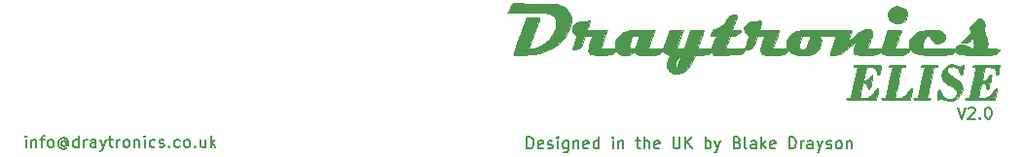
<source format=gbr>
G04 #@! TF.GenerationSoftware,KiCad,Pcbnew,(5.1.9-0-10_14)*
G04 #@! TF.CreationDate,2021-07-16T17:28:01+01:00*
G04 #@! TF.ProjectId,Draytronics-Elise-PCB V2,44726179-7472-46f6-9e69-63732d456c69,rev?*
G04 #@! TF.SameCoordinates,Original*
G04 #@! TF.FileFunction,Legend,Top*
G04 #@! TF.FilePolarity,Positive*
%FSLAX46Y46*%
G04 Gerber Fmt 4.6, Leading zero omitted, Abs format (unit mm)*
G04 Created by KiCad (PCBNEW (5.1.9-0-10_14)) date 2021-07-16 17:28:01*
%MOMM*%
%LPD*%
G01*
G04 APERTURE LIST*
%ADD10C,0.150000*%
%ADD11C,0.010000*%
G04 APERTURE END LIST*
D10*
X203376190Y-114652380D02*
X203709523Y-115652380D01*
X204042857Y-114652380D01*
X204328571Y-114747619D02*
X204376190Y-114700000D01*
X204471428Y-114652380D01*
X204709523Y-114652380D01*
X204804761Y-114700000D01*
X204852380Y-114747619D01*
X204900000Y-114842857D01*
X204900000Y-114938095D01*
X204852380Y-115080952D01*
X204280952Y-115652380D01*
X204900000Y-115652380D01*
X205328571Y-115557142D02*
X205376190Y-115604761D01*
X205328571Y-115652380D01*
X205280952Y-115604761D01*
X205328571Y-115557142D01*
X205328571Y-115652380D01*
X205995238Y-114652380D02*
X206090476Y-114652380D01*
X206185714Y-114700000D01*
X206233333Y-114747619D01*
X206280952Y-114842857D01*
X206328571Y-115033333D01*
X206328571Y-115271428D01*
X206280952Y-115461904D01*
X206233333Y-115557142D01*
X206185714Y-115604761D01*
X206090476Y-115652380D01*
X205995238Y-115652380D01*
X205900000Y-115604761D01*
X205852380Y-115557142D01*
X205804761Y-115461904D01*
X205757142Y-115271428D01*
X205757142Y-115033333D01*
X205804761Y-114842857D01*
X205852380Y-114747619D01*
X205900000Y-114700000D01*
X205995238Y-114652380D01*
X122331554Y-118135660D02*
X122331554Y-117468994D01*
X122331554Y-117135660D02*
X122283935Y-117183280D01*
X122331554Y-117230899D01*
X122379173Y-117183280D01*
X122331554Y-117135660D01*
X122331554Y-117230899D01*
X122807744Y-117468994D02*
X122807744Y-118135660D01*
X122807744Y-117564232D02*
X122855363Y-117516613D01*
X122950601Y-117468994D01*
X123093459Y-117468994D01*
X123188697Y-117516613D01*
X123236316Y-117611851D01*
X123236316Y-118135660D01*
X123569649Y-117468994D02*
X123950601Y-117468994D01*
X123712506Y-118135660D02*
X123712506Y-117278518D01*
X123760125Y-117183280D01*
X123855363Y-117135660D01*
X123950601Y-117135660D01*
X124426792Y-118135660D02*
X124331554Y-118088041D01*
X124283935Y-118040422D01*
X124236316Y-117945184D01*
X124236316Y-117659470D01*
X124283935Y-117564232D01*
X124331554Y-117516613D01*
X124426792Y-117468994D01*
X124569649Y-117468994D01*
X124664887Y-117516613D01*
X124712506Y-117564232D01*
X124760125Y-117659470D01*
X124760125Y-117945184D01*
X124712506Y-118040422D01*
X124664887Y-118088041D01*
X124569649Y-118135660D01*
X124426792Y-118135660D01*
X125807744Y-117659470D02*
X125760125Y-117611851D01*
X125664887Y-117564232D01*
X125569649Y-117564232D01*
X125474411Y-117611851D01*
X125426792Y-117659470D01*
X125379173Y-117754708D01*
X125379173Y-117849946D01*
X125426792Y-117945184D01*
X125474411Y-117992803D01*
X125569649Y-118040422D01*
X125664887Y-118040422D01*
X125760125Y-117992803D01*
X125807744Y-117945184D01*
X125807744Y-117564232D02*
X125807744Y-117945184D01*
X125855363Y-117992803D01*
X125902982Y-117992803D01*
X125998220Y-117945184D01*
X126045840Y-117849946D01*
X126045840Y-117611851D01*
X125950601Y-117468994D01*
X125807744Y-117373756D01*
X125617268Y-117326137D01*
X125426792Y-117373756D01*
X125283935Y-117468994D01*
X125188697Y-117611851D01*
X125141078Y-117802327D01*
X125188697Y-117992803D01*
X125283935Y-118135660D01*
X125426792Y-118230899D01*
X125617268Y-118278518D01*
X125807744Y-118230899D01*
X125950601Y-118135660D01*
X126902982Y-118135660D02*
X126902982Y-117135660D01*
X126902982Y-118088041D02*
X126807744Y-118135660D01*
X126617268Y-118135660D01*
X126522030Y-118088041D01*
X126474411Y-118040422D01*
X126426792Y-117945184D01*
X126426792Y-117659470D01*
X126474411Y-117564232D01*
X126522030Y-117516613D01*
X126617268Y-117468994D01*
X126807744Y-117468994D01*
X126902982Y-117516613D01*
X127379173Y-118135660D02*
X127379173Y-117468994D01*
X127379173Y-117659470D02*
X127426792Y-117564232D01*
X127474411Y-117516613D01*
X127569649Y-117468994D01*
X127664887Y-117468994D01*
X128426792Y-118135660D02*
X128426792Y-117611851D01*
X128379173Y-117516613D01*
X128283935Y-117468994D01*
X128093459Y-117468994D01*
X127998220Y-117516613D01*
X128426792Y-118088041D02*
X128331554Y-118135660D01*
X128093459Y-118135660D01*
X127998220Y-118088041D01*
X127950601Y-117992803D01*
X127950601Y-117897565D01*
X127998220Y-117802327D01*
X128093459Y-117754708D01*
X128331554Y-117754708D01*
X128426792Y-117707089D01*
X128807744Y-117468994D02*
X129045840Y-118135660D01*
X129283935Y-117468994D02*
X129045840Y-118135660D01*
X128950601Y-118373756D01*
X128902982Y-118421375D01*
X128807744Y-118468994D01*
X129522030Y-117468994D02*
X129902982Y-117468994D01*
X129664887Y-117135660D02*
X129664887Y-117992803D01*
X129712506Y-118088041D01*
X129807744Y-118135660D01*
X129902982Y-118135660D01*
X130236316Y-118135660D02*
X130236316Y-117468994D01*
X130236316Y-117659470D02*
X130283935Y-117564232D01*
X130331554Y-117516613D01*
X130426792Y-117468994D01*
X130522030Y-117468994D01*
X130998220Y-118135660D02*
X130902982Y-118088041D01*
X130855363Y-118040422D01*
X130807744Y-117945184D01*
X130807744Y-117659470D01*
X130855363Y-117564232D01*
X130902982Y-117516613D01*
X130998220Y-117468994D01*
X131141078Y-117468994D01*
X131236316Y-117516613D01*
X131283935Y-117564232D01*
X131331554Y-117659470D01*
X131331554Y-117945184D01*
X131283935Y-118040422D01*
X131236316Y-118088041D01*
X131141078Y-118135660D01*
X130998220Y-118135660D01*
X131760125Y-117468994D02*
X131760125Y-118135660D01*
X131760125Y-117564232D02*
X131807744Y-117516613D01*
X131902982Y-117468994D01*
X132045840Y-117468994D01*
X132141078Y-117516613D01*
X132188697Y-117611851D01*
X132188697Y-118135660D01*
X132664887Y-118135660D02*
X132664887Y-117468994D01*
X132664887Y-117135660D02*
X132617268Y-117183280D01*
X132664887Y-117230899D01*
X132712506Y-117183280D01*
X132664887Y-117135660D01*
X132664887Y-117230899D01*
X133569649Y-118088041D02*
X133474411Y-118135660D01*
X133283935Y-118135660D01*
X133188697Y-118088041D01*
X133141078Y-118040422D01*
X133093459Y-117945184D01*
X133093459Y-117659470D01*
X133141078Y-117564232D01*
X133188697Y-117516613D01*
X133283935Y-117468994D01*
X133474411Y-117468994D01*
X133569649Y-117516613D01*
X133950601Y-118088041D02*
X134045840Y-118135660D01*
X134236316Y-118135660D01*
X134331554Y-118088041D01*
X134379173Y-117992803D01*
X134379173Y-117945184D01*
X134331554Y-117849946D01*
X134236316Y-117802327D01*
X134093459Y-117802327D01*
X133998220Y-117754708D01*
X133950601Y-117659470D01*
X133950601Y-117611851D01*
X133998220Y-117516613D01*
X134093459Y-117468994D01*
X134236316Y-117468994D01*
X134331554Y-117516613D01*
X134807744Y-118040422D02*
X134855363Y-118088041D01*
X134807744Y-118135660D01*
X134760125Y-118088041D01*
X134807744Y-118040422D01*
X134807744Y-118135660D01*
X135712506Y-118088041D02*
X135617268Y-118135660D01*
X135426792Y-118135660D01*
X135331554Y-118088041D01*
X135283935Y-118040422D01*
X135236316Y-117945184D01*
X135236316Y-117659470D01*
X135283935Y-117564232D01*
X135331554Y-117516613D01*
X135426792Y-117468994D01*
X135617268Y-117468994D01*
X135712506Y-117516613D01*
X136283935Y-118135660D02*
X136188697Y-118088041D01*
X136141078Y-118040422D01*
X136093459Y-117945184D01*
X136093459Y-117659470D01*
X136141078Y-117564232D01*
X136188697Y-117516613D01*
X136283935Y-117468994D01*
X136426792Y-117468994D01*
X136522030Y-117516613D01*
X136569649Y-117564232D01*
X136617268Y-117659470D01*
X136617268Y-117945184D01*
X136569649Y-118040422D01*
X136522030Y-118088041D01*
X136426792Y-118135660D01*
X136283935Y-118135660D01*
X137045840Y-118040422D02*
X137093459Y-118088041D01*
X137045840Y-118135660D01*
X136998220Y-118088041D01*
X137045840Y-118040422D01*
X137045840Y-118135660D01*
X137950601Y-117468994D02*
X137950601Y-118135660D01*
X137522030Y-117468994D02*
X137522030Y-117992803D01*
X137569649Y-118088041D01*
X137664887Y-118135660D01*
X137807744Y-118135660D01*
X137902982Y-118088041D01*
X137950601Y-118040422D01*
X138426792Y-118135660D02*
X138426792Y-117135660D01*
X138522030Y-117754708D02*
X138807744Y-118135660D01*
X138807744Y-117468994D02*
X138426792Y-117849946D01*
X165933932Y-118257580D02*
X165933932Y-117257580D01*
X166172027Y-117257580D01*
X166314884Y-117305200D01*
X166410122Y-117400438D01*
X166457741Y-117495676D01*
X166505360Y-117686152D01*
X166505360Y-117829009D01*
X166457741Y-118019485D01*
X166410122Y-118114723D01*
X166314884Y-118209961D01*
X166172027Y-118257580D01*
X165933932Y-118257580D01*
X167314884Y-118209961D02*
X167219646Y-118257580D01*
X167029170Y-118257580D01*
X166933932Y-118209961D01*
X166886313Y-118114723D01*
X166886313Y-117733771D01*
X166933932Y-117638533D01*
X167029170Y-117590914D01*
X167219646Y-117590914D01*
X167314884Y-117638533D01*
X167362503Y-117733771D01*
X167362503Y-117829009D01*
X166886313Y-117924247D01*
X167743456Y-118209961D02*
X167838694Y-118257580D01*
X168029170Y-118257580D01*
X168124408Y-118209961D01*
X168172027Y-118114723D01*
X168172027Y-118067104D01*
X168124408Y-117971866D01*
X168029170Y-117924247D01*
X167886313Y-117924247D01*
X167791075Y-117876628D01*
X167743456Y-117781390D01*
X167743456Y-117733771D01*
X167791075Y-117638533D01*
X167886313Y-117590914D01*
X168029170Y-117590914D01*
X168124408Y-117638533D01*
X168600599Y-118257580D02*
X168600599Y-117590914D01*
X168600599Y-117257580D02*
X168552980Y-117305200D01*
X168600599Y-117352819D01*
X168648218Y-117305200D01*
X168600599Y-117257580D01*
X168600599Y-117352819D01*
X169505360Y-117590914D02*
X169505360Y-118400438D01*
X169457741Y-118495676D01*
X169410122Y-118543295D01*
X169314884Y-118590914D01*
X169172027Y-118590914D01*
X169076789Y-118543295D01*
X169505360Y-118209961D02*
X169410122Y-118257580D01*
X169219646Y-118257580D01*
X169124408Y-118209961D01*
X169076789Y-118162342D01*
X169029170Y-118067104D01*
X169029170Y-117781390D01*
X169076789Y-117686152D01*
X169124408Y-117638533D01*
X169219646Y-117590914D01*
X169410122Y-117590914D01*
X169505360Y-117638533D01*
X169981551Y-117590914D02*
X169981551Y-118257580D01*
X169981551Y-117686152D02*
X170029170Y-117638533D01*
X170124408Y-117590914D01*
X170267265Y-117590914D01*
X170362503Y-117638533D01*
X170410122Y-117733771D01*
X170410122Y-118257580D01*
X171267265Y-118209961D02*
X171172027Y-118257580D01*
X170981551Y-118257580D01*
X170886313Y-118209961D01*
X170838694Y-118114723D01*
X170838694Y-117733771D01*
X170886313Y-117638533D01*
X170981551Y-117590914D01*
X171172027Y-117590914D01*
X171267265Y-117638533D01*
X171314884Y-117733771D01*
X171314884Y-117829009D01*
X170838694Y-117924247D01*
X172172027Y-118257580D02*
X172172027Y-117257580D01*
X172172027Y-118209961D02*
X172076789Y-118257580D01*
X171886313Y-118257580D01*
X171791075Y-118209961D01*
X171743456Y-118162342D01*
X171695837Y-118067104D01*
X171695837Y-117781390D01*
X171743456Y-117686152D01*
X171791075Y-117638533D01*
X171886313Y-117590914D01*
X172076789Y-117590914D01*
X172172027Y-117638533D01*
X173410122Y-118257580D02*
X173410122Y-117590914D01*
X173410122Y-117257580D02*
X173362503Y-117305200D01*
X173410122Y-117352819D01*
X173457741Y-117305200D01*
X173410122Y-117257580D01*
X173410122Y-117352819D01*
X173886313Y-117590914D02*
X173886313Y-118257580D01*
X173886313Y-117686152D02*
X173933932Y-117638533D01*
X174029170Y-117590914D01*
X174172027Y-117590914D01*
X174267265Y-117638533D01*
X174314884Y-117733771D01*
X174314884Y-118257580D01*
X175410122Y-117590914D02*
X175791075Y-117590914D01*
X175552980Y-117257580D02*
X175552980Y-118114723D01*
X175600599Y-118209961D01*
X175695837Y-118257580D01*
X175791075Y-118257580D01*
X176124408Y-118257580D02*
X176124408Y-117257580D01*
X176552980Y-118257580D02*
X176552980Y-117733771D01*
X176505360Y-117638533D01*
X176410122Y-117590914D01*
X176267265Y-117590914D01*
X176172027Y-117638533D01*
X176124408Y-117686152D01*
X177410122Y-118209961D02*
X177314884Y-118257580D01*
X177124408Y-118257580D01*
X177029170Y-118209961D01*
X176981551Y-118114723D01*
X176981551Y-117733771D01*
X177029170Y-117638533D01*
X177124408Y-117590914D01*
X177314884Y-117590914D01*
X177410122Y-117638533D01*
X177457741Y-117733771D01*
X177457741Y-117829009D01*
X176981551Y-117924247D01*
X178648218Y-117257580D02*
X178648218Y-118067104D01*
X178695837Y-118162342D01*
X178743456Y-118209961D01*
X178838694Y-118257580D01*
X179029170Y-118257580D01*
X179124408Y-118209961D01*
X179172027Y-118162342D01*
X179219646Y-118067104D01*
X179219646Y-117257580D01*
X179695837Y-118257580D02*
X179695837Y-117257580D01*
X180267265Y-118257580D02*
X179838694Y-117686152D01*
X180267265Y-117257580D02*
X179695837Y-117829009D01*
X181457741Y-118257580D02*
X181457741Y-117257580D01*
X181457741Y-117638533D02*
X181552980Y-117590914D01*
X181743456Y-117590914D01*
X181838694Y-117638533D01*
X181886313Y-117686152D01*
X181933932Y-117781390D01*
X181933932Y-118067104D01*
X181886313Y-118162342D01*
X181838694Y-118209961D01*
X181743456Y-118257580D01*
X181552980Y-118257580D01*
X181457741Y-118209961D01*
X182267265Y-117590914D02*
X182505360Y-118257580D01*
X182743456Y-117590914D02*
X182505360Y-118257580D01*
X182410122Y-118495676D01*
X182362503Y-118543295D01*
X182267265Y-118590914D01*
X184219646Y-117733771D02*
X184362503Y-117781390D01*
X184410122Y-117829009D01*
X184457741Y-117924247D01*
X184457741Y-118067104D01*
X184410122Y-118162342D01*
X184362503Y-118209961D01*
X184267265Y-118257580D01*
X183886313Y-118257580D01*
X183886313Y-117257580D01*
X184219646Y-117257580D01*
X184314884Y-117305200D01*
X184362503Y-117352819D01*
X184410122Y-117448057D01*
X184410122Y-117543295D01*
X184362503Y-117638533D01*
X184314884Y-117686152D01*
X184219646Y-117733771D01*
X183886313Y-117733771D01*
X185029170Y-118257580D02*
X184933932Y-118209961D01*
X184886313Y-118114723D01*
X184886313Y-117257580D01*
X185838694Y-118257580D02*
X185838694Y-117733771D01*
X185791075Y-117638533D01*
X185695837Y-117590914D01*
X185505360Y-117590914D01*
X185410122Y-117638533D01*
X185838694Y-118209961D02*
X185743456Y-118257580D01*
X185505360Y-118257580D01*
X185410122Y-118209961D01*
X185362503Y-118114723D01*
X185362503Y-118019485D01*
X185410122Y-117924247D01*
X185505360Y-117876628D01*
X185743456Y-117876628D01*
X185838694Y-117829009D01*
X186314884Y-118257580D02*
X186314884Y-117257580D01*
X186410122Y-117876628D02*
X186695837Y-118257580D01*
X186695837Y-117590914D02*
X186314884Y-117971866D01*
X187505360Y-118209961D02*
X187410122Y-118257580D01*
X187219646Y-118257580D01*
X187124408Y-118209961D01*
X187076789Y-118114723D01*
X187076789Y-117733771D01*
X187124408Y-117638533D01*
X187219646Y-117590914D01*
X187410122Y-117590914D01*
X187505360Y-117638533D01*
X187552980Y-117733771D01*
X187552980Y-117829009D01*
X187076789Y-117924247D01*
X188743456Y-118257580D02*
X188743456Y-117257580D01*
X188981551Y-117257580D01*
X189124408Y-117305200D01*
X189219646Y-117400438D01*
X189267265Y-117495676D01*
X189314884Y-117686152D01*
X189314884Y-117829009D01*
X189267265Y-118019485D01*
X189219646Y-118114723D01*
X189124408Y-118209961D01*
X188981551Y-118257580D01*
X188743456Y-118257580D01*
X189743456Y-118257580D02*
X189743456Y-117590914D01*
X189743456Y-117781390D02*
X189791075Y-117686152D01*
X189838694Y-117638533D01*
X189933932Y-117590914D01*
X190029170Y-117590914D01*
X190791075Y-118257580D02*
X190791075Y-117733771D01*
X190743456Y-117638533D01*
X190648218Y-117590914D01*
X190457741Y-117590914D01*
X190362503Y-117638533D01*
X190791075Y-118209961D02*
X190695837Y-118257580D01*
X190457741Y-118257580D01*
X190362503Y-118209961D01*
X190314884Y-118114723D01*
X190314884Y-118019485D01*
X190362503Y-117924247D01*
X190457741Y-117876628D01*
X190695837Y-117876628D01*
X190791075Y-117829009D01*
X191172027Y-117590914D02*
X191410122Y-118257580D01*
X191648218Y-117590914D02*
X191410122Y-118257580D01*
X191314884Y-118495676D01*
X191267265Y-118543295D01*
X191172027Y-118590914D01*
X191981551Y-118209961D02*
X192076789Y-118257580D01*
X192267265Y-118257580D01*
X192362503Y-118209961D01*
X192410122Y-118114723D01*
X192410122Y-118067104D01*
X192362503Y-117971866D01*
X192267265Y-117924247D01*
X192124408Y-117924247D01*
X192029170Y-117876628D01*
X191981551Y-117781390D01*
X191981551Y-117733771D01*
X192029170Y-117638533D01*
X192124408Y-117590914D01*
X192267265Y-117590914D01*
X192362503Y-117638533D01*
X192981551Y-118257580D02*
X192886313Y-118209961D01*
X192838694Y-118162342D01*
X192791075Y-118067104D01*
X192791075Y-117781390D01*
X192838694Y-117686152D01*
X192886313Y-117638533D01*
X192981551Y-117590914D01*
X193124408Y-117590914D01*
X193219646Y-117638533D01*
X193267265Y-117686152D01*
X193314884Y-117781390D01*
X193314884Y-118067104D01*
X193267265Y-118162342D01*
X193219646Y-118209961D01*
X193124408Y-118257580D01*
X192981551Y-118257580D01*
X193743456Y-117590914D02*
X193743456Y-118257580D01*
X193743456Y-117686152D02*
X193791075Y-117638533D01*
X193886313Y-117590914D01*
X194029170Y-117590914D01*
X194124408Y-117638533D01*
X194172027Y-117733771D01*
X194172027Y-118257580D01*
D11*
G04 #@! TO.C,G\u002A\u002A\u002A*
G36*
X198352061Y-105836501D02*
G01*
X198586231Y-105922416D01*
X198790812Y-106079553D01*
X198873824Y-106182241D01*
X198965556Y-106398765D01*
X198978244Y-106641711D01*
X198914706Y-106877326D01*
X198801527Y-107048060D01*
X198560887Y-107236791D01*
X198289656Y-107331520D01*
X198001115Y-107329883D01*
X197727542Y-107239145D01*
X197502202Y-107077556D01*
X197360685Y-106860647D01*
X197307503Y-106595578D01*
X197307200Y-106572296D01*
X197350830Y-106322521D01*
X197470035Y-106117784D01*
X197647289Y-105962449D01*
X197865062Y-105860882D01*
X198105829Y-105817444D01*
X198352061Y-105836501D01*
G37*
X198352061Y-105836501D02*
X198586231Y-105922416D01*
X198790812Y-106079553D01*
X198873824Y-106182241D01*
X198965556Y-106398765D01*
X198978244Y-106641711D01*
X198914706Y-106877326D01*
X198801527Y-107048060D01*
X198560887Y-107236791D01*
X198289656Y-107331520D01*
X198001115Y-107329883D01*
X197727542Y-107239145D01*
X197502202Y-107077556D01*
X197360685Y-106860647D01*
X197307503Y-106595578D01*
X197307200Y-106572296D01*
X197350830Y-106322521D01*
X197470035Y-106117784D01*
X197647289Y-105962449D01*
X197865062Y-105860882D01*
X198105829Y-105817444D01*
X198352061Y-105836501D01*
G36*
X166616791Y-105577401D02*
G01*
X168529000Y-105592880D01*
X168859200Y-105749869D01*
X169152119Y-105906219D01*
X169368028Y-106066643D01*
X169530126Y-106251954D01*
X169650335Y-106459566D01*
X169718976Y-106611580D01*
X169757170Y-106741556D01*
X169770973Y-106887018D01*
X169766443Y-107085489D01*
X169762710Y-107155734D01*
X169698626Y-107579634D01*
X169551247Y-107987069D01*
X169313987Y-108394273D01*
X169193122Y-108559842D01*
X168808164Y-108978373D01*
X168347095Y-109337169D01*
X167819569Y-109630962D01*
X167235242Y-109854483D01*
X166603768Y-110002465D01*
X166526834Y-110014663D01*
X166324315Y-110038983D01*
X166079453Y-110058897D01*
X165810931Y-110074026D01*
X165537438Y-110083993D01*
X165277657Y-110088421D01*
X165050275Y-110086934D01*
X164873979Y-110079152D01*
X164767453Y-110064700D01*
X164744400Y-110050657D01*
X164760657Y-109995324D01*
X164806822Y-109855588D01*
X164878983Y-109642850D01*
X164973227Y-109368512D01*
X165085645Y-109043977D01*
X165212323Y-108680647D01*
X165310788Y-108399657D01*
X165877176Y-106786679D01*
X166453788Y-106786679D01*
X166681976Y-106789812D01*
X166867213Y-106798320D01*
X166989390Y-106810872D01*
X167028814Y-106824780D01*
X167012011Y-106880795D01*
X166965372Y-107019884D01*
X166893264Y-107229451D01*
X166800055Y-107496900D01*
X166690115Y-107809635D01*
X166567811Y-108155062D01*
X166553127Y-108196380D01*
X166079027Y-109529880D01*
X166245387Y-109529880D01*
X166514559Y-109493012D01*
X166823123Y-109391412D01*
X167145654Y-109238585D01*
X167456724Y-109048033D01*
X167730906Y-108833262D01*
X167914674Y-108643329D01*
X168034453Y-108475745D01*
X168163057Y-108262955D01*
X168262588Y-108071462D01*
X168392564Y-107717422D01*
X168446330Y-107382062D01*
X168425787Y-107077672D01*
X168332837Y-106816541D01*
X168169382Y-106610959D01*
X168021000Y-106510223D01*
X167962182Y-106482413D01*
X167897544Y-106459859D01*
X167816029Y-106441898D01*
X167706580Y-106427866D01*
X167558142Y-106417100D01*
X167359658Y-106408936D01*
X167100071Y-106402711D01*
X166768326Y-106397760D01*
X166353365Y-106393421D01*
X166027100Y-106390558D01*
X165611989Y-106386475D01*
X165230911Y-106381612D01*
X164895319Y-106376204D01*
X164616671Y-106370481D01*
X164406419Y-106364676D01*
X164276019Y-106359021D01*
X164236400Y-106354260D01*
X164260999Y-106304320D01*
X164326793Y-106188681D01*
X164421779Y-106028203D01*
X164470491Y-105947503D01*
X164704582Y-105561923D01*
X166616791Y-105577401D01*
G37*
X166616791Y-105577401D02*
X168529000Y-105592880D01*
X168859200Y-105749869D01*
X169152119Y-105906219D01*
X169368028Y-106066643D01*
X169530126Y-106251954D01*
X169650335Y-106459566D01*
X169718976Y-106611580D01*
X169757170Y-106741556D01*
X169770973Y-106887018D01*
X169766443Y-107085489D01*
X169762710Y-107155734D01*
X169698626Y-107579634D01*
X169551247Y-107987069D01*
X169313987Y-108394273D01*
X169193122Y-108559842D01*
X168808164Y-108978373D01*
X168347095Y-109337169D01*
X167819569Y-109630962D01*
X167235242Y-109854483D01*
X166603768Y-110002465D01*
X166526834Y-110014663D01*
X166324315Y-110038983D01*
X166079453Y-110058897D01*
X165810931Y-110074026D01*
X165537438Y-110083993D01*
X165277657Y-110088421D01*
X165050275Y-110086934D01*
X164873979Y-110079152D01*
X164767453Y-110064700D01*
X164744400Y-110050657D01*
X164760657Y-109995324D01*
X164806822Y-109855588D01*
X164878983Y-109642850D01*
X164973227Y-109368512D01*
X165085645Y-109043977D01*
X165212323Y-108680647D01*
X165310788Y-108399657D01*
X165877176Y-106786679D01*
X166453788Y-106786679D01*
X166681976Y-106789812D01*
X166867213Y-106798320D01*
X166989390Y-106810872D01*
X167028814Y-106824780D01*
X167012011Y-106880795D01*
X166965372Y-107019884D01*
X166893264Y-107229451D01*
X166800055Y-107496900D01*
X166690115Y-107809635D01*
X166567811Y-108155062D01*
X166553127Y-108196380D01*
X166079027Y-109529880D01*
X166245387Y-109529880D01*
X166514559Y-109493012D01*
X166823123Y-109391412D01*
X167145654Y-109238585D01*
X167456724Y-109048033D01*
X167730906Y-108833262D01*
X167914674Y-108643329D01*
X168034453Y-108475745D01*
X168163057Y-108262955D01*
X168262588Y-108071462D01*
X168392564Y-107717422D01*
X168446330Y-107382062D01*
X168425787Y-107077672D01*
X168332837Y-106816541D01*
X168169382Y-106610959D01*
X168021000Y-106510223D01*
X167962182Y-106482413D01*
X167897544Y-106459859D01*
X167816029Y-106441898D01*
X167706580Y-106427866D01*
X167558142Y-106417100D01*
X167359658Y-106408936D01*
X167100071Y-106402711D01*
X166768326Y-106397760D01*
X166353365Y-106393421D01*
X166027100Y-106390558D01*
X165611989Y-106386475D01*
X165230911Y-106381612D01*
X164895319Y-106376204D01*
X164616671Y-106370481D01*
X164406419Y-106364676D01*
X164276019Y-106359021D01*
X164236400Y-106354260D01*
X164260999Y-106304320D01*
X164326793Y-106188681D01*
X164421779Y-106028203D01*
X164470491Y-105947503D01*
X164704582Y-105561923D01*
X166616791Y-105577401D01*
G36*
X184042659Y-106586500D02*
G01*
X184159813Y-106594390D01*
X184200800Y-106604657D01*
X184184663Y-106657951D01*
X184140744Y-106787301D01*
X184075775Y-106973209D01*
X183997600Y-107193079D01*
X183917804Y-107421648D01*
X183852735Y-107619106D01*
X183809308Y-107763694D01*
X183794400Y-107832302D01*
X183818067Y-107870735D01*
X183900342Y-107893282D01*
X184058138Y-107903125D01*
X184176704Y-107904280D01*
X184559009Y-107904280D01*
X184482890Y-108051477D01*
X184364538Y-108188611D01*
X184178476Y-108305625D01*
X183958537Y-108385697D01*
X183757150Y-108412280D01*
X183548778Y-108412280D01*
X183384729Y-108907580D01*
X183313606Y-109121657D01*
X183253070Y-109302652D01*
X183211086Y-109426817D01*
X183197305Y-109466380D01*
X183210795Y-109490786D01*
X183279208Y-109508481D01*
X183413484Y-109520312D01*
X183624564Y-109527126D01*
X183923388Y-109529770D01*
X184017564Y-109529880D01*
X184297479Y-109529004D01*
X184538126Y-109526579D01*
X184722818Y-109522909D01*
X184834865Y-109518300D01*
X184861200Y-109514490D01*
X184877477Y-109463561D01*
X184921697Y-109336791D01*
X184986944Y-109153773D01*
X185059579Y-108952600D01*
X185257959Y-108406100D01*
X185135803Y-108359656D01*
X185005686Y-108265510D01*
X184893571Y-108108696D01*
X184823164Y-107927986D01*
X184810779Y-107828080D01*
X184857646Y-107599835D01*
X184994506Y-107409694D01*
X185215753Y-107261366D01*
X185515778Y-107158562D01*
X185888974Y-107104992D01*
X185905184Y-107103936D01*
X186130701Y-107092478D01*
X186267271Y-107102610D01*
X186327359Y-107149786D01*
X186323433Y-107249457D01*
X186267958Y-107417074D01*
X186232825Y-107510035D01*
X186176595Y-107668654D01*
X186139697Y-107793213D01*
X186131225Y-107840780D01*
X186156225Y-107865199D01*
X186238338Y-107882977D01*
X186388197Y-107894889D01*
X186616440Y-107901713D01*
X186933700Y-107904225D01*
X187000235Y-107904279D01*
X187324441Y-107905665D01*
X187558943Y-107910454D01*
X187715608Y-107919596D01*
X187806303Y-107934039D01*
X187842895Y-107954732D01*
X187843401Y-107971692D01*
X187818495Y-108041210D01*
X187766879Y-108188435D01*
X187694952Y-108395019D01*
X187609108Y-108642613D01*
X187560052Y-108784492D01*
X187302572Y-109529879D01*
X187933443Y-109529880D01*
X188564314Y-109529880D01*
X188509798Y-109373494D01*
X188507679Y-109360061D01*
X189557896Y-109360061D01*
X189569135Y-109420735D01*
X189602834Y-109469904D01*
X189611124Y-109479217D01*
X189766778Y-109582411D01*
X189987169Y-109614576D01*
X190037013Y-109612908D01*
X190092954Y-109599953D01*
X190141969Y-109557325D01*
X190193092Y-109468827D01*
X190255355Y-109318261D01*
X190337792Y-109089432D01*
X190352483Y-109047280D01*
X190429175Y-108824043D01*
X190491952Y-108636326D01*
X190534063Y-108504659D01*
X190548770Y-108450380D01*
X190503354Y-108431512D01*
X190382017Y-108417886D01*
X190210407Y-108412298D01*
X190199389Y-108412280D01*
X189847978Y-108412280D01*
X189686208Y-108897855D01*
X189613705Y-109119735D01*
X189571844Y-109266765D01*
X189557896Y-109360061D01*
X188507679Y-109360061D01*
X188467863Y-109107776D01*
X188513304Y-108834599D01*
X188634786Y-108570565D01*
X188820975Y-108332276D01*
X189060536Y-108136332D01*
X189342134Y-107999335D01*
X189472961Y-107962763D01*
X189574448Y-107950843D01*
X189760109Y-107939344D01*
X190017287Y-107928421D01*
X190333325Y-107918230D01*
X190695566Y-107908926D01*
X191091353Y-107900664D01*
X191508029Y-107893601D01*
X191932938Y-107887891D01*
X192353421Y-107883690D01*
X192756823Y-107881154D01*
X193130485Y-107880437D01*
X193461752Y-107881696D01*
X193737966Y-107885085D01*
X193946470Y-107890761D01*
X194074607Y-107898879D01*
X194109282Y-107905814D01*
X194134221Y-107946373D01*
X194128622Y-108030755D01*
X194089258Y-108175580D01*
X194014888Y-108391954D01*
X193946428Y-108586484D01*
X193895223Y-108740614D01*
X193868303Y-108832721D01*
X193866341Y-108849063D01*
X193907584Y-108823377D01*
X194010958Y-108744740D01*
X194160720Y-108625453D01*
X194335400Y-108482558D01*
X194623595Y-108249886D01*
X194855274Y-108078326D01*
X195046985Y-107958394D01*
X195215281Y-107880610D01*
X195376712Y-107835490D01*
X195494962Y-107818214D01*
X195665775Y-107807235D01*
X195773411Y-107823637D01*
X195854345Y-107874995D01*
X195878357Y-107897837D01*
X195957419Y-108013944D01*
X195985754Y-108120180D01*
X195969300Y-108209262D01*
X195924729Y-108372229D01*
X195858459Y-108587418D01*
X195776912Y-108833165D01*
X195759456Y-108883725D01*
X195533804Y-109532970D01*
X196761688Y-109504480D01*
X197046592Y-108704379D01*
X197331496Y-107904279D01*
X197903548Y-107904279D01*
X198143791Y-107908345D01*
X198330254Y-107919571D01*
X198445777Y-107936501D01*
X198475600Y-107952816D01*
X198459318Y-108015059D01*
X198414351Y-108155486D01*
X198346514Y-108356721D01*
X198261623Y-108601387D01*
X198203565Y-108765616D01*
X197931531Y-109529880D01*
X199167883Y-109529880D01*
X199147452Y-109237780D01*
X199173705Y-108921408D01*
X199291661Y-108628150D01*
X199492105Y-108369377D01*
X199765821Y-108156461D01*
X200103592Y-108000772D01*
X200165949Y-107981043D01*
X200339782Y-107946035D01*
X200576290Y-107920973D01*
X200851745Y-107905901D01*
X201142421Y-107900859D01*
X201424592Y-107905888D01*
X201674530Y-107921030D01*
X201868509Y-107946326D01*
X201975778Y-107977883D01*
X202158782Y-108125667D01*
X202263149Y-108333367D01*
X202285600Y-108510399D01*
X202268657Y-108660827D01*
X202203582Y-108785145D01*
X202109660Y-108889632D01*
X201902903Y-109034011D01*
X201676735Y-109090356D01*
X201451772Y-109064017D01*
X201248630Y-108960342D01*
X201087927Y-108784680D01*
X201005943Y-108603280D01*
X200960752Y-108477912D01*
X200904675Y-108425432D01*
X200803712Y-108419791D01*
X200769895Y-108422438D01*
X200676770Y-108435674D01*
X200613715Y-108470202D01*
X200563344Y-108547638D01*
X200508273Y-108689601D01*
X200473898Y-108790475D01*
X200392419Y-109063697D01*
X200360109Y-109260136D01*
X200376611Y-109391721D01*
X200441571Y-109470383D01*
X200453460Y-109477292D01*
X200536733Y-109494106D01*
X200713127Y-109508057D01*
X200974196Y-109518834D01*
X201311494Y-109526123D01*
X201716574Y-109529613D01*
X201875860Y-109529880D01*
X202281423Y-109529242D01*
X202596378Y-109526902D01*
X202831710Y-109522224D01*
X202998405Y-109514567D01*
X203107450Y-109503293D01*
X203169830Y-109487765D01*
X203196532Y-109467343D01*
X203200000Y-109452933D01*
X203245550Y-109364707D01*
X203362720Y-109279153D01*
X203522290Y-109211341D01*
X203695037Y-109176339D01*
X203739983Y-109174469D01*
X203963692Y-109212177D01*
X204245913Y-109323931D01*
X204296367Y-109348722D01*
X204466143Y-109429141D01*
X204600465Y-109483437D01*
X204674545Y-109501804D01*
X204679777Y-109500415D01*
X204718412Y-109441301D01*
X204766817Y-109324408D01*
X204776473Y-109296207D01*
X204810017Y-109135307D01*
X204793245Y-108968072D01*
X204773578Y-108890515D01*
X204729440Y-108757279D01*
X204689642Y-108676949D01*
X204676102Y-108666280D01*
X204622430Y-108699728D01*
X204530152Y-108783392D01*
X204495400Y-108818680D01*
X204406270Y-108901924D01*
X204318371Y-108947432D01*
X204197067Y-108966037D01*
X204015995Y-108968636D01*
X203682600Y-108966192D01*
X204099265Y-108574936D01*
X204515931Y-108183680D01*
X204458037Y-107971399D01*
X204400142Y-107759118D01*
X204795445Y-107323699D01*
X204954869Y-107151935D01*
X205091279Y-107012112D01*
X205189543Y-106919272D01*
X205233467Y-106888279D01*
X205366178Y-106921326D01*
X205519099Y-107003431D01*
X205633521Y-107097946D01*
X205718740Y-107257769D01*
X205736451Y-107459813D01*
X205683566Y-107667734D01*
X205682193Y-107670770D01*
X205661310Y-107741720D01*
X205662417Y-107833271D01*
X205689202Y-107965268D01*
X205745357Y-108157558D01*
X205809193Y-108353970D01*
X205906312Y-108662904D01*
X205964956Y-108897923D01*
X205987157Y-109078284D01*
X205974948Y-109223247D01*
X205930363Y-109352071D01*
X205917331Y-109378386D01*
X205840662Y-109526647D01*
X206433886Y-109540963D01*
X206721622Y-109552151D01*
X206915106Y-109570035D01*
X207021517Y-109595518D01*
X207047931Y-109618011D01*
X207025879Y-109694954D01*
X206938249Y-109797150D01*
X206809871Y-109903492D01*
X206665575Y-109992878D01*
X206553020Y-110038654D01*
X206454984Y-110051856D01*
X206270997Y-110063452D01*
X206016700Y-110072970D01*
X205707734Y-110079942D01*
X205359742Y-110083895D01*
X205028800Y-110084492D01*
X204557747Y-110081455D01*
X204177892Y-110074250D01*
X203878870Y-110061542D01*
X203650320Y-110041994D01*
X203481876Y-110014271D01*
X203363176Y-109977036D01*
X203283857Y-109928953D01*
X203233556Y-109868687D01*
X203224457Y-109851875D01*
X203171112Y-109744876D01*
X203033072Y-109863613D01*
X202937074Y-109934644D01*
X202825487Y-109989338D01*
X202684359Y-110029701D01*
X202499742Y-110057739D01*
X202257684Y-110075458D01*
X201944236Y-110084866D01*
X201545447Y-110087967D01*
X201472800Y-110088012D01*
X200979520Y-110084247D01*
X200575063Y-110071511D01*
X200246873Y-110047490D01*
X199982390Y-110009869D01*
X199769056Y-109956333D01*
X199594314Y-109884568D01*
X199445605Y-109792258D01*
X199326500Y-109692376D01*
X199231777Y-109615724D01*
X199190385Y-109616092D01*
X199186800Y-109637871D01*
X199143583Y-109740412D01*
X199031853Y-109855673D01*
X198878492Y-109961410D01*
X198710380Y-110035380D01*
X198704200Y-110037226D01*
X198550145Y-110063066D01*
X198305854Y-110078568D01*
X197982208Y-110083258D01*
X197721779Y-110080017D01*
X197424676Y-110073082D01*
X197211945Y-110065183D01*
X197066376Y-110053452D01*
X196970761Y-110035018D01*
X196907890Y-110007011D01*
X196860552Y-109966560D01*
X196829006Y-109931124D01*
X196748298Y-109845381D01*
X196691005Y-109830665D01*
X196615660Y-109879822D01*
X196600860Y-109891758D01*
X196471990Y-109969197D01*
X196312877Y-110032565D01*
X196299834Y-110036331D01*
X196162153Y-110059376D01*
X195954978Y-110075603D01*
X195700808Y-110085172D01*
X195422141Y-110088244D01*
X195141477Y-110084978D01*
X194881313Y-110075533D01*
X194664148Y-110060070D01*
X194512481Y-110038749D01*
X194462400Y-110023272D01*
X194365600Y-109939664D01*
X194325200Y-109807180D01*
X194340741Y-109614389D01*
X194411764Y-109349863D01*
X194432772Y-109286796D01*
X194559160Y-108916712D01*
X194445313Y-109007396D01*
X194360117Y-109077098D01*
X194218997Y-109194482D01*
X194043534Y-109341537D01*
X193901633Y-109461098D01*
X193611733Y-109696998D01*
X193372350Y-109867930D01*
X193164638Y-109983166D01*
X192969753Y-110051976D01*
X192768849Y-110083634D01*
X192626033Y-110088680D01*
X192452854Y-110083189D01*
X192328216Y-110068766D01*
X192278088Y-110048477D01*
X192278000Y-110047548D01*
X192293993Y-109988053D01*
X192338249Y-109849580D01*
X192405181Y-109648952D01*
X192489203Y-109402985D01*
X192556413Y-109209348D01*
X192834827Y-108412279D01*
X192099213Y-108412279D01*
X191838963Y-108413423D01*
X191619162Y-108416570D01*
X191457683Y-108421291D01*
X191372399Y-108427161D01*
X191363600Y-108429875D01*
X191383979Y-108482296D01*
X191434171Y-108588758D01*
X191445724Y-108612092D01*
X191514002Y-108856149D01*
X191500151Y-109123556D01*
X191412336Y-109391090D01*
X191258727Y-109635532D01*
X191047492Y-109833659D01*
X191006382Y-109861100D01*
X190700440Y-110006979D01*
X190349919Y-110096788D01*
X189978400Y-110131086D01*
X189609463Y-110110433D01*
X189266691Y-110035390D01*
X188973663Y-109906516D01*
X188838454Y-109809635D01*
X188652675Y-109649042D01*
X188510246Y-109811260D01*
X188401316Y-109913945D01*
X188270308Y-109989311D01*
X188101670Y-110040506D01*
X187879851Y-110070678D01*
X187589301Y-110082977D01*
X187214468Y-110080551D01*
X187183497Y-110079885D01*
X186891152Y-110072337D01*
X186682600Y-110063063D01*
X186540042Y-110049372D01*
X186445675Y-110028572D01*
X186381698Y-109997971D01*
X186330310Y-109954880D01*
X186325565Y-109950167D01*
X186256938Y-109857549D01*
X186225070Y-109742405D01*
X186231272Y-109588761D01*
X186276857Y-109380645D01*
X186363136Y-109102082D01*
X186405321Y-108978863D01*
X186479290Y-108764744D01*
X186538936Y-108588740D01*
X186577423Y-108471246D01*
X186588400Y-108432763D01*
X186542077Y-108422275D01*
X186420997Y-108414889D01*
X186262143Y-108412279D01*
X185935886Y-108412279D01*
X185753122Y-108882180D01*
X185671529Y-109088164D01*
X185600506Y-109260554D01*
X185549887Y-109375827D01*
X185533279Y-109407975D01*
X185415786Y-109505270D01*
X185233118Y-109566494D01*
X185080439Y-109581001D01*
X184938339Y-109596261D01*
X184850002Y-109657637D01*
X184802124Y-109729808D01*
X184737247Y-109831127D01*
X184663183Y-109909706D01*
X184566827Y-109968396D01*
X184435077Y-110010046D01*
X184254829Y-110037509D01*
X184012980Y-110053634D01*
X183696426Y-110061273D01*
X183292065Y-110063276D01*
X183269342Y-110063280D01*
X182160084Y-110063280D01*
X182042528Y-109926660D01*
X181961224Y-109838934D01*
X181909648Y-109822433D01*
X181852232Y-109870544D01*
X181836070Y-109888274D01*
X181697451Y-109986391D01*
X181484987Y-110050663D01*
X181189522Y-110083213D01*
X180972215Y-110088396D01*
X180563031Y-110088680D01*
X180343926Y-110555182D01*
X180113073Y-110972258D01*
X179857509Y-111294065D01*
X179578622Y-111519136D01*
X179322291Y-111633881D01*
X178982081Y-111703426D01*
X178695116Y-111692533D01*
X178534081Y-111642824D01*
X178398062Y-111557913D01*
X178262642Y-111435729D01*
X178241981Y-111412315D01*
X178155873Y-111288093D01*
X178114933Y-111154442D01*
X178104800Y-110972150D01*
X178117655Y-110862580D01*
X178816000Y-110862580D01*
X178839156Y-111011127D01*
X178897591Y-111119275D01*
X178965860Y-111155348D01*
X178993981Y-111110777D01*
X179045354Y-110991769D01*
X179110850Y-110820186D01*
X179140884Y-110736248D01*
X179210117Y-110539400D01*
X179267859Y-110375884D01*
X179304807Y-110272022D01*
X179311419Y-110253780D01*
X179308134Y-110196629D01*
X179248660Y-110196276D01*
X179155917Y-110245764D01*
X179060311Y-110329980D01*
X178907303Y-110524884D01*
X178831401Y-110709970D01*
X178816000Y-110862580D01*
X178117655Y-110862580D01*
X178142395Y-110651710D01*
X178249182Y-110371963D01*
X178370079Y-110203673D01*
X178478110Y-110088680D01*
X178349835Y-110088680D01*
X178129532Y-110055018D01*
X177943661Y-109964409D01*
X177824728Y-109833380D01*
X177750943Y-109690696D01*
X177581909Y-109859730D01*
X177489061Y-109941124D01*
X177385489Y-110001755D01*
X177255880Y-110044072D01*
X177084920Y-110070524D01*
X176857294Y-110083559D01*
X176557689Y-110085624D01*
X176204618Y-110079926D01*
X175912929Y-110072989D01*
X175705576Y-110065102D01*
X175565319Y-110053225D01*
X175474915Y-110034315D01*
X175417122Y-110005330D01*
X175374700Y-109963229D01*
X175348287Y-109928846D01*
X175248026Y-109794413D01*
X175025920Y-109950968D01*
X174760163Y-110085460D01*
X174476241Y-110138842D01*
X174196533Y-110112958D01*
X173943418Y-110009655D01*
X173751631Y-109845875D01*
X173640262Y-109713363D01*
X173503530Y-109850094D01*
X173393750Y-109940042D01*
X173260145Y-110005528D01*
X173086997Y-110049345D01*
X172858585Y-110074284D01*
X172559190Y-110083134D01*
X172211195Y-110079547D01*
X171912616Y-110071606D01*
X171698292Y-110061274D01*
X171550880Y-110046264D01*
X171453033Y-110024289D01*
X171387408Y-109993065D01*
X171353573Y-109966506D01*
X171277633Y-109857087D01*
X171251008Y-109702930D01*
X171274542Y-109492426D01*
X171349083Y-109213971D01*
X171424599Y-108992940D01*
X171498904Y-108783553D01*
X171557966Y-108609277D01*
X171594370Y-108492470D01*
X171602399Y-108457020D01*
X171556110Y-108434040D01*
X171435187Y-108417897D01*
X171278575Y-108412279D01*
X170954750Y-108412279D01*
X170764706Y-108918930D01*
X170679331Y-109134350D01*
X170598581Y-109316714D01*
X170533137Y-109443009D01*
X170501251Y-109486506D01*
X170425423Y-109518303D01*
X170295624Y-109547650D01*
X170143900Y-109570488D01*
X170002298Y-109582758D01*
X169902866Y-109580402D01*
X169875199Y-109565792D01*
X169891364Y-109509890D01*
X169935324Y-109378385D01*
X170000274Y-109191199D01*
X170075667Y-108978707D01*
X170276135Y-108419091D01*
X170104485Y-108317815D01*
X169948995Y-108178251D01*
X169880060Y-108025404D01*
X169849389Y-107764253D01*
X169910574Y-107543002D01*
X170061151Y-107363783D01*
X170298656Y-107228729D01*
X170620627Y-107139971D01*
X170945680Y-107103246D01*
X171397915Y-107077460D01*
X171271557Y-107448968D01*
X171211335Y-107631127D01*
X171166703Y-107775845D01*
X171145812Y-107856450D01*
X171145200Y-107862377D01*
X171193253Y-107876102D01*
X171326440Y-107887941D01*
X171528298Y-107897097D01*
X171782367Y-107902775D01*
X172012223Y-107904279D01*
X172879246Y-107904279D01*
X172843993Y-108018579D01*
X172815050Y-108106411D01*
X172759669Y-108269458D01*
X172684938Y-108487028D01*
X172597943Y-108738428D01*
X172565631Y-108831380D01*
X172322522Y-109529880D01*
X173583600Y-109529880D01*
X173584589Y-109270753D01*
X174807523Y-109270753D01*
X174837874Y-109413321D01*
X174926135Y-109493337D01*
X175075109Y-109519523D01*
X175151485Y-109516941D01*
X175226190Y-109508315D01*
X175282241Y-109484051D01*
X175330599Y-109427385D01*
X175382225Y-109321552D01*
X175448079Y-109149789D01*
X175516686Y-108958380D01*
X175711003Y-108412280D01*
X175015895Y-108412280D01*
X174909347Y-108763066D01*
X174832282Y-109056909D01*
X174807523Y-109270753D01*
X173584589Y-109270753D01*
X173584715Y-109237780D01*
X173634201Y-108893574D01*
X173776097Y-108583807D01*
X174004672Y-108316634D01*
X174314195Y-108100214D01*
X174421800Y-108046486D01*
X174509115Y-108008921D01*
X174596738Y-107980071D01*
X174699687Y-107958543D01*
X174832982Y-107942949D01*
X175011643Y-107931896D01*
X175250688Y-107923994D01*
X175565139Y-107917853D01*
X175856900Y-107913602D01*
X176191079Y-107910403D01*
X176488584Y-107910142D01*
X176735314Y-107912619D01*
X176917169Y-107917630D01*
X177020047Y-107924977D01*
X177038000Y-107930451D01*
X177021864Y-107984676D01*
X176978158Y-108114516D01*
X176913928Y-108300063D01*
X176836223Y-108521411D01*
X176752090Y-108758654D01*
X176668578Y-108991886D01*
X176592735Y-109201200D01*
X176531608Y-109366691D01*
X176502630Y-109442542D01*
X176494698Y-109479635D01*
X176515580Y-109504308D01*
X176580571Y-109518469D01*
X176704960Y-109524026D01*
X176904042Y-109522886D01*
X177113450Y-109518742D01*
X177759770Y-109504480D01*
X178045790Y-108704379D01*
X178331809Y-107904279D01*
X179512632Y-107904279D01*
X179372468Y-108297979D01*
X179282969Y-108547670D01*
X179179658Y-108833388D01*
X179083969Y-109095869D01*
X179078500Y-109110780D01*
X178924697Y-109529880D01*
X179565847Y-109529880D01*
X179845009Y-108729780D01*
X180124170Y-107929680D01*
X180720759Y-107915315D01*
X180974174Y-107910250D01*
X181141861Y-107911009D01*
X181239627Y-107919740D01*
X181283276Y-107938591D01*
X181288615Y-107969710D01*
X181281474Y-107991515D01*
X181248247Y-108080454D01*
X181192134Y-108235794D01*
X181120139Y-108437632D01*
X181039263Y-108666064D01*
X180956509Y-108901188D01*
X180878878Y-109123100D01*
X180813373Y-109311898D01*
X180766997Y-109447678D01*
X180746750Y-109510537D01*
X180746400Y-109512411D01*
X180793975Y-109519062D01*
X180923807Y-109524548D01*
X181116553Y-109528329D01*
X181352872Y-109529869D01*
X181374474Y-109529880D01*
X182002549Y-109529880D01*
X182187274Y-109006039D01*
X182262167Y-108790639D01*
X182322474Y-108611444D01*
X182361216Y-108489561D01*
X182372000Y-108447239D01*
X182326331Y-108427154D01*
X182209752Y-108414512D01*
X182122086Y-108412280D01*
X181872173Y-108412280D01*
X181953581Y-108196380D01*
X182025516Y-108021460D01*
X182096820Y-107913786D01*
X182197773Y-107843818D01*
X182358656Y-107782019D01*
X182388609Y-107772032D01*
X182698087Y-107641889D01*
X182947473Y-107467418D01*
X183166499Y-107225439D01*
X183260492Y-107092243D01*
X183371469Y-106921021D01*
X183461437Y-106774331D01*
X183514046Y-106679022D01*
X183518879Y-106667887D01*
X183560124Y-106619624D01*
X183651886Y-106593371D01*
X183816458Y-106583860D01*
X183876035Y-106583479D01*
X184042659Y-106586500D01*
G37*
X184042659Y-106586500D02*
X184159813Y-106594390D01*
X184200800Y-106604657D01*
X184184663Y-106657951D01*
X184140744Y-106787301D01*
X184075775Y-106973209D01*
X183997600Y-107193079D01*
X183917804Y-107421648D01*
X183852735Y-107619106D01*
X183809308Y-107763694D01*
X183794400Y-107832302D01*
X183818067Y-107870735D01*
X183900342Y-107893282D01*
X184058138Y-107903125D01*
X184176704Y-107904280D01*
X184559009Y-107904280D01*
X184482890Y-108051477D01*
X184364538Y-108188611D01*
X184178476Y-108305625D01*
X183958537Y-108385697D01*
X183757150Y-108412280D01*
X183548778Y-108412280D01*
X183384729Y-108907580D01*
X183313606Y-109121657D01*
X183253070Y-109302652D01*
X183211086Y-109426817D01*
X183197305Y-109466380D01*
X183210795Y-109490786D01*
X183279208Y-109508481D01*
X183413484Y-109520312D01*
X183624564Y-109527126D01*
X183923388Y-109529770D01*
X184017564Y-109529880D01*
X184297479Y-109529004D01*
X184538126Y-109526579D01*
X184722818Y-109522909D01*
X184834865Y-109518300D01*
X184861200Y-109514490D01*
X184877477Y-109463561D01*
X184921697Y-109336791D01*
X184986944Y-109153773D01*
X185059579Y-108952600D01*
X185257959Y-108406100D01*
X185135803Y-108359656D01*
X185005686Y-108265510D01*
X184893571Y-108108696D01*
X184823164Y-107927986D01*
X184810779Y-107828080D01*
X184857646Y-107599835D01*
X184994506Y-107409694D01*
X185215753Y-107261366D01*
X185515778Y-107158562D01*
X185888974Y-107104992D01*
X185905184Y-107103936D01*
X186130701Y-107092478D01*
X186267271Y-107102610D01*
X186327359Y-107149786D01*
X186323433Y-107249457D01*
X186267958Y-107417074D01*
X186232825Y-107510035D01*
X186176595Y-107668654D01*
X186139697Y-107793213D01*
X186131225Y-107840780D01*
X186156225Y-107865199D01*
X186238338Y-107882977D01*
X186388197Y-107894889D01*
X186616440Y-107901713D01*
X186933700Y-107904225D01*
X187000235Y-107904279D01*
X187324441Y-107905665D01*
X187558943Y-107910454D01*
X187715608Y-107919596D01*
X187806303Y-107934039D01*
X187842895Y-107954732D01*
X187843401Y-107971692D01*
X187818495Y-108041210D01*
X187766879Y-108188435D01*
X187694952Y-108395019D01*
X187609108Y-108642613D01*
X187560052Y-108784492D01*
X187302572Y-109529879D01*
X187933443Y-109529880D01*
X188564314Y-109529880D01*
X188509798Y-109373494D01*
X188507679Y-109360061D01*
X189557896Y-109360061D01*
X189569135Y-109420735D01*
X189602834Y-109469904D01*
X189611124Y-109479217D01*
X189766778Y-109582411D01*
X189987169Y-109614576D01*
X190037013Y-109612908D01*
X190092954Y-109599953D01*
X190141969Y-109557325D01*
X190193092Y-109468827D01*
X190255355Y-109318261D01*
X190337792Y-109089432D01*
X190352483Y-109047280D01*
X190429175Y-108824043D01*
X190491952Y-108636326D01*
X190534063Y-108504659D01*
X190548770Y-108450380D01*
X190503354Y-108431512D01*
X190382017Y-108417886D01*
X190210407Y-108412298D01*
X190199389Y-108412280D01*
X189847978Y-108412280D01*
X189686208Y-108897855D01*
X189613705Y-109119735D01*
X189571844Y-109266765D01*
X189557896Y-109360061D01*
X188507679Y-109360061D01*
X188467863Y-109107776D01*
X188513304Y-108834599D01*
X188634786Y-108570565D01*
X188820975Y-108332276D01*
X189060536Y-108136332D01*
X189342134Y-107999335D01*
X189472961Y-107962763D01*
X189574448Y-107950843D01*
X189760109Y-107939344D01*
X190017287Y-107928421D01*
X190333325Y-107918230D01*
X190695566Y-107908926D01*
X191091353Y-107900664D01*
X191508029Y-107893601D01*
X191932938Y-107887891D01*
X192353421Y-107883690D01*
X192756823Y-107881154D01*
X193130485Y-107880437D01*
X193461752Y-107881696D01*
X193737966Y-107885085D01*
X193946470Y-107890761D01*
X194074607Y-107898879D01*
X194109282Y-107905814D01*
X194134221Y-107946373D01*
X194128622Y-108030755D01*
X194089258Y-108175580D01*
X194014888Y-108391954D01*
X193946428Y-108586484D01*
X193895223Y-108740614D01*
X193868303Y-108832721D01*
X193866341Y-108849063D01*
X193907584Y-108823377D01*
X194010958Y-108744740D01*
X194160720Y-108625453D01*
X194335400Y-108482558D01*
X194623595Y-108249886D01*
X194855274Y-108078326D01*
X195046985Y-107958394D01*
X195215281Y-107880610D01*
X195376712Y-107835490D01*
X195494962Y-107818214D01*
X195665775Y-107807235D01*
X195773411Y-107823637D01*
X195854345Y-107874995D01*
X195878357Y-107897837D01*
X195957419Y-108013944D01*
X195985754Y-108120180D01*
X195969300Y-108209262D01*
X195924729Y-108372229D01*
X195858459Y-108587418D01*
X195776912Y-108833165D01*
X195759456Y-108883725D01*
X195533804Y-109532970D01*
X196761688Y-109504480D01*
X197046592Y-108704379D01*
X197331496Y-107904279D01*
X197903548Y-107904279D01*
X198143791Y-107908345D01*
X198330254Y-107919571D01*
X198445777Y-107936501D01*
X198475600Y-107952816D01*
X198459318Y-108015059D01*
X198414351Y-108155486D01*
X198346514Y-108356721D01*
X198261623Y-108601387D01*
X198203565Y-108765616D01*
X197931531Y-109529880D01*
X199167883Y-109529880D01*
X199147452Y-109237780D01*
X199173705Y-108921408D01*
X199291661Y-108628150D01*
X199492105Y-108369377D01*
X199765821Y-108156461D01*
X200103592Y-108000772D01*
X200165949Y-107981043D01*
X200339782Y-107946035D01*
X200576290Y-107920973D01*
X200851745Y-107905901D01*
X201142421Y-107900859D01*
X201424592Y-107905888D01*
X201674530Y-107921030D01*
X201868509Y-107946326D01*
X201975778Y-107977883D01*
X202158782Y-108125667D01*
X202263149Y-108333367D01*
X202285600Y-108510399D01*
X202268657Y-108660827D01*
X202203582Y-108785145D01*
X202109660Y-108889632D01*
X201902903Y-109034011D01*
X201676735Y-109090356D01*
X201451772Y-109064017D01*
X201248630Y-108960342D01*
X201087927Y-108784680D01*
X201005943Y-108603280D01*
X200960752Y-108477912D01*
X200904675Y-108425432D01*
X200803712Y-108419791D01*
X200769895Y-108422438D01*
X200676770Y-108435674D01*
X200613715Y-108470202D01*
X200563344Y-108547638D01*
X200508273Y-108689601D01*
X200473898Y-108790475D01*
X200392419Y-109063697D01*
X200360109Y-109260136D01*
X200376611Y-109391721D01*
X200441571Y-109470383D01*
X200453460Y-109477292D01*
X200536733Y-109494106D01*
X200713127Y-109508057D01*
X200974196Y-109518834D01*
X201311494Y-109526123D01*
X201716574Y-109529613D01*
X201875860Y-109529880D01*
X202281423Y-109529242D01*
X202596378Y-109526902D01*
X202831710Y-109522224D01*
X202998405Y-109514567D01*
X203107450Y-109503293D01*
X203169830Y-109487765D01*
X203196532Y-109467343D01*
X203200000Y-109452933D01*
X203245550Y-109364707D01*
X203362720Y-109279153D01*
X203522290Y-109211341D01*
X203695037Y-109176339D01*
X203739983Y-109174469D01*
X203963692Y-109212177D01*
X204245913Y-109323931D01*
X204296367Y-109348722D01*
X204466143Y-109429141D01*
X204600465Y-109483437D01*
X204674545Y-109501804D01*
X204679777Y-109500415D01*
X204718412Y-109441301D01*
X204766817Y-109324408D01*
X204776473Y-109296207D01*
X204810017Y-109135307D01*
X204793245Y-108968072D01*
X204773578Y-108890515D01*
X204729440Y-108757279D01*
X204689642Y-108676949D01*
X204676102Y-108666280D01*
X204622430Y-108699728D01*
X204530152Y-108783392D01*
X204495400Y-108818680D01*
X204406270Y-108901924D01*
X204318371Y-108947432D01*
X204197067Y-108966037D01*
X204015995Y-108968636D01*
X203682600Y-108966192D01*
X204099265Y-108574936D01*
X204515931Y-108183680D01*
X204458037Y-107971399D01*
X204400142Y-107759118D01*
X204795445Y-107323699D01*
X204954869Y-107151935D01*
X205091279Y-107012112D01*
X205189543Y-106919272D01*
X205233467Y-106888279D01*
X205366178Y-106921326D01*
X205519099Y-107003431D01*
X205633521Y-107097946D01*
X205718740Y-107257769D01*
X205736451Y-107459813D01*
X205683566Y-107667734D01*
X205682193Y-107670770D01*
X205661310Y-107741720D01*
X205662417Y-107833271D01*
X205689202Y-107965268D01*
X205745357Y-108157558D01*
X205809193Y-108353970D01*
X205906312Y-108662904D01*
X205964956Y-108897923D01*
X205987157Y-109078284D01*
X205974948Y-109223247D01*
X205930363Y-109352071D01*
X205917331Y-109378386D01*
X205840662Y-109526647D01*
X206433886Y-109540963D01*
X206721622Y-109552151D01*
X206915106Y-109570035D01*
X207021517Y-109595518D01*
X207047931Y-109618011D01*
X207025879Y-109694954D01*
X206938249Y-109797150D01*
X206809871Y-109903492D01*
X206665575Y-109992878D01*
X206553020Y-110038654D01*
X206454984Y-110051856D01*
X206270997Y-110063452D01*
X206016700Y-110072970D01*
X205707734Y-110079942D01*
X205359742Y-110083895D01*
X205028800Y-110084492D01*
X204557747Y-110081455D01*
X204177892Y-110074250D01*
X203878870Y-110061542D01*
X203650320Y-110041994D01*
X203481876Y-110014271D01*
X203363176Y-109977036D01*
X203283857Y-109928953D01*
X203233556Y-109868687D01*
X203224457Y-109851875D01*
X203171112Y-109744876D01*
X203033072Y-109863613D01*
X202937074Y-109934644D01*
X202825487Y-109989338D01*
X202684359Y-110029701D01*
X202499742Y-110057739D01*
X202257684Y-110075458D01*
X201944236Y-110084866D01*
X201545447Y-110087967D01*
X201472800Y-110088012D01*
X200979520Y-110084247D01*
X200575063Y-110071511D01*
X200246873Y-110047490D01*
X199982390Y-110009869D01*
X199769056Y-109956333D01*
X199594314Y-109884568D01*
X199445605Y-109792258D01*
X199326500Y-109692376D01*
X199231777Y-109615724D01*
X199190385Y-109616092D01*
X199186800Y-109637871D01*
X199143583Y-109740412D01*
X199031853Y-109855673D01*
X198878492Y-109961410D01*
X198710380Y-110035380D01*
X198704200Y-110037226D01*
X198550145Y-110063066D01*
X198305854Y-110078568D01*
X197982208Y-110083258D01*
X197721779Y-110080017D01*
X197424676Y-110073082D01*
X197211945Y-110065183D01*
X197066376Y-110053452D01*
X196970761Y-110035018D01*
X196907890Y-110007011D01*
X196860552Y-109966560D01*
X196829006Y-109931124D01*
X196748298Y-109845381D01*
X196691005Y-109830665D01*
X196615660Y-109879822D01*
X196600860Y-109891758D01*
X196471990Y-109969197D01*
X196312877Y-110032565D01*
X196299834Y-110036331D01*
X196162153Y-110059376D01*
X195954978Y-110075603D01*
X195700808Y-110085172D01*
X195422141Y-110088244D01*
X195141477Y-110084978D01*
X194881313Y-110075533D01*
X194664148Y-110060070D01*
X194512481Y-110038749D01*
X194462400Y-110023272D01*
X194365600Y-109939664D01*
X194325200Y-109807180D01*
X194340741Y-109614389D01*
X194411764Y-109349863D01*
X194432772Y-109286796D01*
X194559160Y-108916712D01*
X194445313Y-109007396D01*
X194360117Y-109077098D01*
X194218997Y-109194482D01*
X194043534Y-109341537D01*
X193901633Y-109461098D01*
X193611733Y-109696998D01*
X193372350Y-109867930D01*
X193164638Y-109983166D01*
X192969753Y-110051976D01*
X192768849Y-110083634D01*
X192626033Y-110088680D01*
X192452854Y-110083189D01*
X192328216Y-110068766D01*
X192278088Y-110048477D01*
X192278000Y-110047548D01*
X192293993Y-109988053D01*
X192338249Y-109849580D01*
X192405181Y-109648952D01*
X192489203Y-109402985D01*
X192556413Y-109209348D01*
X192834827Y-108412279D01*
X192099213Y-108412279D01*
X191838963Y-108413423D01*
X191619162Y-108416570D01*
X191457683Y-108421291D01*
X191372399Y-108427161D01*
X191363600Y-108429875D01*
X191383979Y-108482296D01*
X191434171Y-108588758D01*
X191445724Y-108612092D01*
X191514002Y-108856149D01*
X191500151Y-109123556D01*
X191412336Y-109391090D01*
X191258727Y-109635532D01*
X191047492Y-109833659D01*
X191006382Y-109861100D01*
X190700440Y-110006979D01*
X190349919Y-110096788D01*
X189978400Y-110131086D01*
X189609463Y-110110433D01*
X189266691Y-110035390D01*
X188973663Y-109906516D01*
X188838454Y-109809635D01*
X188652675Y-109649042D01*
X188510246Y-109811260D01*
X188401316Y-109913945D01*
X188270308Y-109989311D01*
X188101670Y-110040506D01*
X187879851Y-110070678D01*
X187589301Y-110082977D01*
X187214468Y-110080551D01*
X187183497Y-110079885D01*
X186891152Y-110072337D01*
X186682600Y-110063063D01*
X186540042Y-110049372D01*
X186445675Y-110028572D01*
X186381698Y-109997971D01*
X186330310Y-109954880D01*
X186325565Y-109950167D01*
X186256938Y-109857549D01*
X186225070Y-109742405D01*
X186231272Y-109588761D01*
X186276857Y-109380645D01*
X186363136Y-109102082D01*
X186405321Y-108978863D01*
X186479290Y-108764744D01*
X186538936Y-108588740D01*
X186577423Y-108471246D01*
X186588400Y-108432763D01*
X186542077Y-108422275D01*
X186420997Y-108414889D01*
X186262143Y-108412279D01*
X185935886Y-108412279D01*
X185753122Y-108882180D01*
X185671529Y-109088164D01*
X185600506Y-109260554D01*
X185549887Y-109375827D01*
X185533279Y-109407975D01*
X185415786Y-109505270D01*
X185233118Y-109566494D01*
X185080439Y-109581001D01*
X184938339Y-109596261D01*
X184850002Y-109657637D01*
X184802124Y-109729808D01*
X184737247Y-109831127D01*
X184663183Y-109909706D01*
X184566827Y-109968396D01*
X184435077Y-110010046D01*
X184254829Y-110037509D01*
X184012980Y-110053634D01*
X183696426Y-110061273D01*
X183292065Y-110063276D01*
X183269342Y-110063280D01*
X182160084Y-110063280D01*
X182042528Y-109926660D01*
X181961224Y-109838934D01*
X181909648Y-109822433D01*
X181852232Y-109870544D01*
X181836070Y-109888274D01*
X181697451Y-109986391D01*
X181484987Y-110050663D01*
X181189522Y-110083213D01*
X180972215Y-110088396D01*
X180563031Y-110088680D01*
X180343926Y-110555182D01*
X180113073Y-110972258D01*
X179857509Y-111294065D01*
X179578622Y-111519136D01*
X179322291Y-111633881D01*
X178982081Y-111703426D01*
X178695116Y-111692533D01*
X178534081Y-111642824D01*
X178398062Y-111557913D01*
X178262642Y-111435729D01*
X178241981Y-111412315D01*
X178155873Y-111288093D01*
X178114933Y-111154442D01*
X178104800Y-110972150D01*
X178117655Y-110862580D01*
X178816000Y-110862580D01*
X178839156Y-111011127D01*
X178897591Y-111119275D01*
X178965860Y-111155348D01*
X178993981Y-111110777D01*
X179045354Y-110991769D01*
X179110850Y-110820186D01*
X179140884Y-110736248D01*
X179210117Y-110539400D01*
X179267859Y-110375884D01*
X179304807Y-110272022D01*
X179311419Y-110253780D01*
X179308134Y-110196629D01*
X179248660Y-110196276D01*
X179155917Y-110245764D01*
X179060311Y-110329980D01*
X178907303Y-110524884D01*
X178831401Y-110709970D01*
X178816000Y-110862580D01*
X178117655Y-110862580D01*
X178142395Y-110651710D01*
X178249182Y-110371963D01*
X178370079Y-110203673D01*
X178478110Y-110088680D01*
X178349835Y-110088680D01*
X178129532Y-110055018D01*
X177943661Y-109964409D01*
X177824728Y-109833380D01*
X177750943Y-109690696D01*
X177581909Y-109859730D01*
X177489061Y-109941124D01*
X177385489Y-110001755D01*
X177255880Y-110044072D01*
X177084920Y-110070524D01*
X176857294Y-110083559D01*
X176557689Y-110085624D01*
X176204618Y-110079926D01*
X175912929Y-110072989D01*
X175705576Y-110065102D01*
X175565319Y-110053225D01*
X175474915Y-110034315D01*
X175417122Y-110005330D01*
X175374700Y-109963229D01*
X175348287Y-109928846D01*
X175248026Y-109794413D01*
X175025920Y-109950968D01*
X174760163Y-110085460D01*
X174476241Y-110138842D01*
X174196533Y-110112958D01*
X173943418Y-110009655D01*
X173751631Y-109845875D01*
X173640262Y-109713363D01*
X173503530Y-109850094D01*
X173393750Y-109940042D01*
X173260145Y-110005528D01*
X173086997Y-110049345D01*
X172858585Y-110074284D01*
X172559190Y-110083134D01*
X172211195Y-110079547D01*
X171912616Y-110071606D01*
X171698292Y-110061274D01*
X171550880Y-110046264D01*
X171453033Y-110024289D01*
X171387408Y-109993065D01*
X171353573Y-109966506D01*
X171277633Y-109857087D01*
X171251008Y-109702930D01*
X171274542Y-109492426D01*
X171349083Y-109213971D01*
X171424599Y-108992940D01*
X171498904Y-108783553D01*
X171557966Y-108609277D01*
X171594370Y-108492470D01*
X171602399Y-108457020D01*
X171556110Y-108434040D01*
X171435187Y-108417897D01*
X171278575Y-108412279D01*
X170954750Y-108412279D01*
X170764706Y-108918930D01*
X170679331Y-109134350D01*
X170598581Y-109316714D01*
X170533137Y-109443009D01*
X170501251Y-109486506D01*
X170425423Y-109518303D01*
X170295624Y-109547650D01*
X170143900Y-109570488D01*
X170002298Y-109582758D01*
X169902866Y-109580402D01*
X169875199Y-109565792D01*
X169891364Y-109509890D01*
X169935324Y-109378385D01*
X170000274Y-109191199D01*
X170075667Y-108978707D01*
X170276135Y-108419091D01*
X170104485Y-108317815D01*
X169948995Y-108178251D01*
X169880060Y-108025404D01*
X169849389Y-107764253D01*
X169910574Y-107543002D01*
X170061151Y-107363783D01*
X170298656Y-107228729D01*
X170620627Y-107139971D01*
X170945680Y-107103246D01*
X171397915Y-107077460D01*
X171271557Y-107448968D01*
X171211335Y-107631127D01*
X171166703Y-107775845D01*
X171145812Y-107856450D01*
X171145200Y-107862377D01*
X171193253Y-107876102D01*
X171326440Y-107887941D01*
X171528298Y-107897097D01*
X171782367Y-107902775D01*
X172012223Y-107904279D01*
X172879246Y-107904279D01*
X172843993Y-108018579D01*
X172815050Y-108106411D01*
X172759669Y-108269458D01*
X172684938Y-108487028D01*
X172597943Y-108738428D01*
X172565631Y-108831380D01*
X172322522Y-109529880D01*
X173583600Y-109529880D01*
X173584589Y-109270753D01*
X174807523Y-109270753D01*
X174837874Y-109413321D01*
X174926135Y-109493337D01*
X175075109Y-109519523D01*
X175151485Y-109516941D01*
X175226190Y-109508315D01*
X175282241Y-109484051D01*
X175330599Y-109427385D01*
X175382225Y-109321552D01*
X175448079Y-109149789D01*
X175516686Y-108958380D01*
X175711003Y-108412280D01*
X175015895Y-108412280D01*
X174909347Y-108763066D01*
X174832282Y-109056909D01*
X174807523Y-109270753D01*
X173584589Y-109270753D01*
X173584715Y-109237780D01*
X173634201Y-108893574D01*
X173776097Y-108583807D01*
X174004672Y-108316634D01*
X174314195Y-108100214D01*
X174421800Y-108046486D01*
X174509115Y-108008921D01*
X174596738Y-107980071D01*
X174699687Y-107958543D01*
X174832982Y-107942949D01*
X175011643Y-107931896D01*
X175250688Y-107923994D01*
X175565139Y-107917853D01*
X175856900Y-107913602D01*
X176191079Y-107910403D01*
X176488584Y-107910142D01*
X176735314Y-107912619D01*
X176917169Y-107917630D01*
X177020047Y-107924977D01*
X177038000Y-107930451D01*
X177021864Y-107984676D01*
X176978158Y-108114516D01*
X176913928Y-108300063D01*
X176836223Y-108521411D01*
X176752090Y-108758654D01*
X176668578Y-108991886D01*
X176592735Y-109201200D01*
X176531608Y-109366691D01*
X176502630Y-109442542D01*
X176494698Y-109479635D01*
X176515580Y-109504308D01*
X176580571Y-109518469D01*
X176704960Y-109524026D01*
X176904042Y-109522886D01*
X177113450Y-109518742D01*
X177759770Y-109504480D01*
X178045790Y-108704379D01*
X178331809Y-107904279D01*
X179512632Y-107904279D01*
X179372468Y-108297979D01*
X179282969Y-108547670D01*
X179179658Y-108833388D01*
X179083969Y-109095869D01*
X179078500Y-109110780D01*
X178924697Y-109529880D01*
X179565847Y-109529880D01*
X179845009Y-108729780D01*
X180124170Y-107929680D01*
X180720759Y-107915315D01*
X180974174Y-107910250D01*
X181141861Y-107911009D01*
X181239627Y-107919740D01*
X181283276Y-107938591D01*
X181288615Y-107969710D01*
X181281474Y-107991515D01*
X181248247Y-108080454D01*
X181192134Y-108235794D01*
X181120139Y-108437632D01*
X181039263Y-108666064D01*
X180956509Y-108901188D01*
X180878878Y-109123100D01*
X180813373Y-109311898D01*
X180766997Y-109447678D01*
X180746750Y-109510537D01*
X180746400Y-109512411D01*
X180793975Y-109519062D01*
X180923807Y-109524548D01*
X181116553Y-109528329D01*
X181352872Y-109529869D01*
X181374474Y-109529880D01*
X182002549Y-109529880D01*
X182187274Y-109006039D01*
X182262167Y-108790639D01*
X182322474Y-108611444D01*
X182361216Y-108489561D01*
X182372000Y-108447239D01*
X182326331Y-108427154D01*
X182209752Y-108414512D01*
X182122086Y-108412280D01*
X181872173Y-108412280D01*
X181953581Y-108196380D01*
X182025516Y-108021460D01*
X182096820Y-107913786D01*
X182197773Y-107843818D01*
X182358656Y-107782019D01*
X182388609Y-107772032D01*
X182698087Y-107641889D01*
X182947473Y-107467418D01*
X183166499Y-107225439D01*
X183260492Y-107092243D01*
X183371469Y-106921021D01*
X183461437Y-106774331D01*
X183514046Y-106679022D01*
X183518879Y-106667887D01*
X183560124Y-106619624D01*
X183651886Y-106593371D01*
X183816458Y-106583860D01*
X183876035Y-106583479D01*
X184042659Y-106586500D01*
G36*
X206992580Y-111257415D02*
G01*
X206962347Y-111508197D01*
X206930503Y-111673337D01*
X206891607Y-111768718D01*
X206840218Y-111810226D01*
X206801292Y-111815880D01*
X206729640Y-111788508D01*
X206705617Y-111691015D01*
X206705200Y-111666787D01*
X206674577Y-111448726D01*
X206590411Y-111281286D01*
X206504150Y-111207431D01*
X206398970Y-111173065D01*
X206232388Y-111140793D01*
X206078954Y-111121640D01*
X205758069Y-111091675D01*
X205627167Y-111695077D01*
X205578338Y-111928889D01*
X205541160Y-112124062D01*
X205519170Y-112260701D01*
X205515904Y-112318911D01*
X205516205Y-112319319D01*
X205572593Y-112319359D01*
X205688640Y-112293869D01*
X205729802Y-112282137D01*
X205889616Y-112205153D01*
X206009761Y-112067755D01*
X206038180Y-112019998D01*
X206148198Y-111869414D01*
X206253085Y-111815944D01*
X206256685Y-111815880D01*
X206332373Y-111840407D01*
X206335170Y-111881810D01*
X206315222Y-111955855D01*
X206280343Y-112106611D01*
X206235675Y-112311194D01*
X206192509Y-112516810D01*
X206138055Y-112768477D01*
X206094281Y-112935498D01*
X206055459Y-113033492D01*
X206015859Y-113078078D01*
X205983774Y-113085880D01*
X205918854Y-113060200D01*
X205893964Y-112967485D01*
X205892400Y-112913707D01*
X205852778Y-112725660D01*
X205746438Y-112585505D01*
X205592163Y-112517804D01*
X205589346Y-112517436D01*
X205531103Y-112515827D01*
X205488253Y-112539987D01*
X205452181Y-112607428D01*
X205414275Y-112735663D01*
X205365921Y-112942204D01*
X205353830Y-112996281D01*
X205302329Y-113230157D01*
X205255788Y-113446580D01*
X205221125Y-113613160D01*
X205210082Y-113669381D01*
X205176596Y-113847880D01*
X205470998Y-113846764D01*
X205812202Y-113802518D01*
X206106101Y-113670791D01*
X206356813Y-113448931D01*
X206563137Y-113144184D01*
X206640283Y-113042805D01*
X206723603Y-112987830D01*
X206787302Y-112990129D01*
X206806800Y-113041491D01*
X206795764Y-113113858D01*
X206766232Y-113259246D01*
X206723565Y-113451916D01*
X206700967Y-113549491D01*
X206595134Y-114000280D01*
X205303967Y-114000280D01*
X204903609Y-113999603D01*
X204593771Y-113997138D01*
X204363379Y-113992230D01*
X204201359Y-113984226D01*
X204096636Y-113972473D01*
X204038138Y-113956317D01*
X204014790Y-113935104D01*
X204012800Y-113924080D01*
X204047822Y-113870061D01*
X204162678Y-113848765D01*
X204207639Y-113847880D01*
X204402479Y-113847880D01*
X204668411Y-112590580D01*
X204742457Y-112241070D01*
X204810758Y-111919766D01*
X204870132Y-111641553D01*
X204917396Y-111421312D01*
X204949369Y-111273928D01*
X204961678Y-111218980D01*
X204968599Y-111143756D01*
X204923807Y-111111535D01*
X204802583Y-111104680D01*
X204801473Y-111104680D01*
X204670339Y-111090975D01*
X204633195Y-111048848D01*
X204635070Y-111041180D01*
X204668632Y-111019333D01*
X204759225Y-111001829D01*
X204915889Y-110988088D01*
X205147665Y-110977532D01*
X205463591Y-110969582D01*
X205840440Y-110964025D01*
X207024673Y-110950371D01*
X206992580Y-111257415D01*
G37*
X206992580Y-111257415D02*
X206962347Y-111508197D01*
X206930503Y-111673337D01*
X206891607Y-111768718D01*
X206840218Y-111810226D01*
X206801292Y-111815880D01*
X206729640Y-111788508D01*
X206705617Y-111691015D01*
X206705200Y-111666787D01*
X206674577Y-111448726D01*
X206590411Y-111281286D01*
X206504150Y-111207431D01*
X206398970Y-111173065D01*
X206232388Y-111140793D01*
X206078954Y-111121640D01*
X205758069Y-111091675D01*
X205627167Y-111695077D01*
X205578338Y-111928889D01*
X205541160Y-112124062D01*
X205519170Y-112260701D01*
X205515904Y-112318911D01*
X205516205Y-112319319D01*
X205572593Y-112319359D01*
X205688640Y-112293869D01*
X205729802Y-112282137D01*
X205889616Y-112205153D01*
X206009761Y-112067755D01*
X206038180Y-112019998D01*
X206148198Y-111869414D01*
X206253085Y-111815944D01*
X206256685Y-111815880D01*
X206332373Y-111840407D01*
X206335170Y-111881810D01*
X206315222Y-111955855D01*
X206280343Y-112106611D01*
X206235675Y-112311194D01*
X206192509Y-112516810D01*
X206138055Y-112768477D01*
X206094281Y-112935498D01*
X206055459Y-113033492D01*
X206015859Y-113078078D01*
X205983774Y-113085880D01*
X205918854Y-113060200D01*
X205893964Y-112967485D01*
X205892400Y-112913707D01*
X205852778Y-112725660D01*
X205746438Y-112585505D01*
X205592163Y-112517804D01*
X205589346Y-112517436D01*
X205531103Y-112515827D01*
X205488253Y-112539987D01*
X205452181Y-112607428D01*
X205414275Y-112735663D01*
X205365921Y-112942204D01*
X205353830Y-112996281D01*
X205302329Y-113230157D01*
X205255788Y-113446580D01*
X205221125Y-113613160D01*
X205210082Y-113669381D01*
X205176596Y-113847880D01*
X205470998Y-113846764D01*
X205812202Y-113802518D01*
X206106101Y-113670791D01*
X206356813Y-113448931D01*
X206563137Y-113144184D01*
X206640283Y-113042805D01*
X206723603Y-112987830D01*
X206787302Y-112990129D01*
X206806800Y-113041491D01*
X206795764Y-113113858D01*
X206766232Y-113259246D01*
X206723565Y-113451916D01*
X206700967Y-113549491D01*
X206595134Y-114000280D01*
X205303967Y-114000280D01*
X204903609Y-113999603D01*
X204593771Y-113997138D01*
X204363379Y-113992230D01*
X204201359Y-113984226D01*
X204096636Y-113972473D01*
X204038138Y-113956317D01*
X204014790Y-113935104D01*
X204012800Y-113924080D01*
X204047822Y-113870061D01*
X204162678Y-113848765D01*
X204207639Y-113847880D01*
X204402479Y-113847880D01*
X204668411Y-112590580D01*
X204742457Y-112241070D01*
X204810758Y-111919766D01*
X204870132Y-111641553D01*
X204917396Y-111421312D01*
X204949369Y-111273928D01*
X204961678Y-111218980D01*
X204968599Y-111143756D01*
X204923807Y-111111535D01*
X204802583Y-111104680D01*
X204801473Y-111104680D01*
X204670339Y-111090975D01*
X204633195Y-111048848D01*
X204635070Y-111041180D01*
X204668632Y-111019333D01*
X204759225Y-111001829D01*
X204915889Y-110988088D01*
X205147665Y-110977532D01*
X205463591Y-110969582D01*
X205840440Y-110964025D01*
X207024673Y-110950371D01*
X206992580Y-111257415D01*
G36*
X201181178Y-110953730D02*
G01*
X201386521Y-110959070D01*
X201518960Y-110969783D01*
X201592833Y-110987351D01*
X201622472Y-111013257D01*
X201625200Y-111028480D01*
X201584517Y-111086166D01*
X201456940Y-111104679D01*
X201456093Y-111104680D01*
X201286987Y-111104680D01*
X201021073Y-112361980D01*
X200947017Y-112711492D01*
X200878681Y-113032798D01*
X200819251Y-113311012D01*
X200771914Y-113531253D01*
X200739855Y-113678635D01*
X200727472Y-113733580D01*
X200721449Y-113813210D01*
X200774044Y-113843839D01*
X200857692Y-113847880D01*
X200981063Y-113869004D01*
X201015600Y-113924080D01*
X201001578Y-113954346D01*
X200949957Y-113975589D01*
X200846401Y-113989289D01*
X200676577Y-113996931D01*
X200426149Y-113999997D01*
X200279000Y-114000280D01*
X199984588Y-113998683D01*
X199777801Y-113992970D01*
X199644702Y-113981757D01*
X199571352Y-113963661D01*
X199543814Y-113937298D01*
X199542400Y-113927146D01*
X199590684Y-113868733D01*
X199731985Y-113838322D01*
X199732898Y-113838246D01*
X199923397Y-113822480D01*
X200206265Y-112476280D01*
X200489132Y-111130080D01*
X200320566Y-111114313D01*
X200194431Y-111082104D01*
X200152000Y-111025413D01*
X200168082Y-110996182D01*
X200225620Y-110975651D01*
X200338553Y-110962437D01*
X200520818Y-110955154D01*
X200786354Y-110952420D01*
X200888600Y-110952280D01*
X201181178Y-110953730D01*
G37*
X201181178Y-110953730D02*
X201386521Y-110959070D01*
X201518960Y-110969783D01*
X201592833Y-110987351D01*
X201622472Y-111013257D01*
X201625200Y-111028480D01*
X201584517Y-111086166D01*
X201456940Y-111104679D01*
X201456093Y-111104680D01*
X201286987Y-111104680D01*
X201021073Y-112361980D01*
X200947017Y-112711492D01*
X200878681Y-113032798D01*
X200819251Y-113311012D01*
X200771914Y-113531253D01*
X200739855Y-113678635D01*
X200727472Y-113733580D01*
X200721449Y-113813210D01*
X200774044Y-113843839D01*
X200857692Y-113847880D01*
X200981063Y-113869004D01*
X201015600Y-113924080D01*
X201001578Y-113954346D01*
X200949957Y-113975589D01*
X200846401Y-113989289D01*
X200676577Y-113996931D01*
X200426149Y-113999997D01*
X200279000Y-114000280D01*
X199984588Y-113998683D01*
X199777801Y-113992970D01*
X199644702Y-113981757D01*
X199571352Y-113963661D01*
X199543814Y-113937298D01*
X199542400Y-113927146D01*
X199590684Y-113868733D01*
X199731985Y-113838322D01*
X199732898Y-113838246D01*
X199923397Y-113822480D01*
X200206265Y-112476280D01*
X200489132Y-111130080D01*
X200320566Y-111114313D01*
X200194431Y-111082104D01*
X200152000Y-111025413D01*
X200168082Y-110996182D01*
X200225620Y-110975651D01*
X200338553Y-110962437D01*
X200520818Y-110955154D01*
X200786354Y-110952420D01*
X200888600Y-110952280D01*
X201181178Y-110953730D01*
G36*
X198387178Y-110953730D02*
G01*
X198592521Y-110959070D01*
X198724960Y-110969783D01*
X198798833Y-110987351D01*
X198828472Y-111013257D01*
X198831200Y-111028480D01*
X198792644Y-111084838D01*
X198669593Y-111104542D01*
X198653400Y-111104680D01*
X198535807Y-111110920D01*
X198477109Y-111126262D01*
X198475600Y-111129490D01*
X198465543Y-111183824D01*
X198437192Y-111324356D01*
X198393277Y-111537885D01*
X198336528Y-111811206D01*
X198269675Y-112131118D01*
X198196200Y-112480842D01*
X198122056Y-112833591D01*
X198055308Y-113152553D01*
X197998681Y-113424586D01*
X197954903Y-113636546D01*
X197926701Y-113775289D01*
X197916800Y-113827632D01*
X197961643Y-113845090D01*
X198074984Y-113848074D01*
X198225033Y-113838414D01*
X198380003Y-113817938D01*
X198486722Y-113794844D01*
X198750716Y-113668974D01*
X198980878Y-113447692D01*
X199122556Y-113234441D01*
X199233208Y-113069507D01*
X199329470Y-112990157D01*
X199357824Y-112984331D01*
X199425554Y-113006825D01*
X199424866Y-113090360D01*
X199423224Y-113096801D01*
X199398597Y-113199438D01*
X199360359Y-113368041D01*
X199316061Y-113569209D01*
X199308351Y-113604801D01*
X199222903Y-114000280D01*
X197985651Y-114000280D01*
X197594627Y-113999564D01*
X197293896Y-113996955D01*
X197072157Y-113991755D01*
X196918112Y-113983269D01*
X196820461Y-113970801D01*
X196767903Y-113953655D01*
X196749138Y-113931134D01*
X196748400Y-113924080D01*
X196784286Y-113869475D01*
X196901219Y-113848476D01*
X196938900Y-113847813D01*
X197129400Y-113847747D01*
X197412520Y-112488913D01*
X197695641Y-111130080D01*
X197526820Y-111114313D01*
X197400502Y-111082129D01*
X197358000Y-111025413D01*
X197374082Y-110996182D01*
X197431620Y-110975651D01*
X197544553Y-110962437D01*
X197726818Y-110955154D01*
X197992354Y-110952420D01*
X198094600Y-110952280D01*
X198387178Y-110953730D01*
G37*
X198387178Y-110953730D02*
X198592521Y-110959070D01*
X198724960Y-110969783D01*
X198798833Y-110987351D01*
X198828472Y-111013257D01*
X198831200Y-111028480D01*
X198792644Y-111084838D01*
X198669593Y-111104542D01*
X198653400Y-111104680D01*
X198535807Y-111110920D01*
X198477109Y-111126262D01*
X198475600Y-111129490D01*
X198465543Y-111183824D01*
X198437192Y-111324356D01*
X198393277Y-111537885D01*
X198336528Y-111811206D01*
X198269675Y-112131118D01*
X198196200Y-112480842D01*
X198122056Y-112833591D01*
X198055308Y-113152553D01*
X197998681Y-113424586D01*
X197954903Y-113636546D01*
X197926701Y-113775289D01*
X197916800Y-113827632D01*
X197961643Y-113845090D01*
X198074984Y-113848074D01*
X198225033Y-113838414D01*
X198380003Y-113817938D01*
X198486722Y-113794844D01*
X198750716Y-113668974D01*
X198980878Y-113447692D01*
X199122556Y-113234441D01*
X199233208Y-113069507D01*
X199329470Y-112990157D01*
X199357824Y-112984331D01*
X199425554Y-113006825D01*
X199424866Y-113090360D01*
X199423224Y-113096801D01*
X199398597Y-113199438D01*
X199360359Y-113368041D01*
X199316061Y-113569209D01*
X199308351Y-113604801D01*
X199222903Y-114000280D01*
X197985651Y-114000280D01*
X197594627Y-113999564D01*
X197293896Y-113996955D01*
X197072157Y-113991755D01*
X196918112Y-113983269D01*
X196820461Y-113970801D01*
X196767903Y-113953655D01*
X196749138Y-113931134D01*
X196748400Y-113924080D01*
X196784286Y-113869475D01*
X196901219Y-113848476D01*
X196938900Y-113847813D01*
X197129400Y-113847747D01*
X197412520Y-112488913D01*
X197695641Y-111130080D01*
X197526820Y-111114313D01*
X197400502Y-111082129D01*
X197358000Y-111025413D01*
X197374082Y-110996182D01*
X197431620Y-110975651D01*
X197544553Y-110962437D01*
X197726818Y-110955154D01*
X197992354Y-110952420D01*
X198094600Y-110952280D01*
X198387178Y-110953730D01*
G36*
X195885738Y-110952958D02*
G01*
X196177743Y-110955509D01*
X196391474Y-110960705D01*
X196538590Y-110969319D01*
X196630752Y-110982123D01*
X196679620Y-110999890D01*
X196696854Y-111023393D01*
X196697600Y-111031394D01*
X196689650Y-111119302D01*
X196668804Y-111273940D01*
X196639561Y-111461942D01*
X196639355Y-111463194D01*
X196603234Y-111653211D01*
X196567546Y-111761844D01*
X196523727Y-111808912D01*
X196486955Y-111815880D01*
X196410298Y-111779563D01*
X196392800Y-111696460D01*
X196367711Y-111517139D01*
X196303478Y-111347548D01*
X196216653Y-111226779D01*
X196183975Y-111203270D01*
X196083830Y-111171467D01*
X195920594Y-111140773D01*
X195760266Y-111121053D01*
X195583400Y-111106795D01*
X195482616Y-111109963D01*
X195432998Y-111136933D01*
X195409629Y-111194085D01*
X195405412Y-111211890D01*
X195375194Y-111348084D01*
X195335463Y-111532081D01*
X195291348Y-111739473D01*
X195247977Y-111945854D01*
X195210477Y-112126817D01*
X195183978Y-112257956D01*
X195173608Y-112314864D01*
X195173600Y-112315151D01*
X195217001Y-112321039D01*
X195322755Y-112306684D01*
X195335366Y-112304226D01*
X195550373Y-112213799D01*
X195717789Y-112035909D01*
X195764305Y-111955699D01*
X195842785Y-111856600D01*
X195928529Y-111815880D01*
X195965316Y-111821946D01*
X195984901Y-111850839D01*
X195986190Y-111918593D01*
X195968089Y-112041247D01*
X195929504Y-112234837D01*
X195886065Y-112438073D01*
X195823295Y-112713604D01*
X195771717Y-112901910D01*
X195726796Y-113016145D01*
X195683998Y-113069460D01*
X195665839Y-113076798D01*
X195594025Y-113055291D01*
X195580000Y-112995585D01*
X195544068Y-112784688D01*
X195446233Y-112619604D01*
X195314077Y-112530535D01*
X195203567Y-112496707D01*
X195145714Y-112487968D01*
X195144411Y-112488750D01*
X195129290Y-112540842D01*
X195099115Y-112669680D01*
X195058702Y-112852373D01*
X195012873Y-113066033D01*
X194966445Y-113287766D01*
X194924239Y-113494684D01*
X194891073Y-113663896D01*
X194871766Y-113772510D01*
X194868800Y-113797888D01*
X194914245Y-113829002D01*
X195031711Y-113844256D01*
X195192895Y-113843838D01*
X195369493Y-113827935D01*
X195533201Y-113796734D01*
X195545495Y-113793416D01*
X195764274Y-113690492D01*
X195976439Y-113518584D01*
X196149576Y-113306975D01*
X196214194Y-113189267D01*
X196305983Y-113037546D01*
X196401044Y-112984403D01*
X196406022Y-112984280D01*
X196477888Y-113006471D01*
X196481252Y-113089632D01*
X196479289Y-113098580D01*
X196455610Y-113202022D01*
X196416902Y-113370967D01*
X196370846Y-113571890D01*
X196362893Y-113606580D01*
X196272623Y-114000280D01*
X194986511Y-114000280D01*
X194587020Y-113999599D01*
X194278029Y-113997121D01*
X194048441Y-113992187D01*
X193887164Y-113984140D01*
X193783103Y-113972323D01*
X193725162Y-113956079D01*
X193702247Y-113934749D01*
X193700400Y-113924080D01*
X193736401Y-113869409D01*
X193853611Y-113848297D01*
X193890900Y-113847607D01*
X194081400Y-113847334D01*
X194355814Y-112539507D01*
X194430264Y-112186399D01*
X194498802Y-111864592D01*
X194558423Y-111587925D01*
X194606127Y-111370236D01*
X194638909Y-111225363D01*
X194653349Y-111168180D01*
X194630769Y-111122169D01*
X194515468Y-111104909D01*
X194493235Y-111104680D01*
X194359593Y-111089150D01*
X194310776Y-111039111D01*
X194310000Y-111028480D01*
X194321741Y-111004010D01*
X194364627Y-110985291D01*
X194450150Y-110971590D01*
X194589802Y-110962173D01*
X194795075Y-110956307D01*
X195077461Y-110953257D01*
X195448454Y-110952290D01*
X195503800Y-110952280D01*
X195885738Y-110952958D01*
G37*
X195885738Y-110952958D02*
X196177743Y-110955509D01*
X196391474Y-110960705D01*
X196538590Y-110969319D01*
X196630752Y-110982123D01*
X196679620Y-110999890D01*
X196696854Y-111023393D01*
X196697600Y-111031394D01*
X196689650Y-111119302D01*
X196668804Y-111273940D01*
X196639561Y-111461942D01*
X196639355Y-111463194D01*
X196603234Y-111653211D01*
X196567546Y-111761844D01*
X196523727Y-111808912D01*
X196486955Y-111815880D01*
X196410298Y-111779563D01*
X196392800Y-111696460D01*
X196367711Y-111517139D01*
X196303478Y-111347548D01*
X196216653Y-111226779D01*
X196183975Y-111203270D01*
X196083830Y-111171467D01*
X195920594Y-111140773D01*
X195760266Y-111121053D01*
X195583400Y-111106795D01*
X195482616Y-111109963D01*
X195432998Y-111136933D01*
X195409629Y-111194085D01*
X195405412Y-111211890D01*
X195375194Y-111348084D01*
X195335463Y-111532081D01*
X195291348Y-111739473D01*
X195247977Y-111945854D01*
X195210477Y-112126817D01*
X195183978Y-112257956D01*
X195173608Y-112314864D01*
X195173600Y-112315151D01*
X195217001Y-112321039D01*
X195322755Y-112306684D01*
X195335366Y-112304226D01*
X195550373Y-112213799D01*
X195717789Y-112035909D01*
X195764305Y-111955699D01*
X195842785Y-111856600D01*
X195928529Y-111815880D01*
X195965316Y-111821946D01*
X195984901Y-111850839D01*
X195986190Y-111918593D01*
X195968089Y-112041247D01*
X195929504Y-112234837D01*
X195886065Y-112438073D01*
X195823295Y-112713604D01*
X195771717Y-112901910D01*
X195726796Y-113016145D01*
X195683998Y-113069460D01*
X195665839Y-113076798D01*
X195594025Y-113055291D01*
X195580000Y-112995585D01*
X195544068Y-112784688D01*
X195446233Y-112619604D01*
X195314077Y-112530535D01*
X195203567Y-112496707D01*
X195145714Y-112487968D01*
X195144411Y-112488750D01*
X195129290Y-112540842D01*
X195099115Y-112669680D01*
X195058702Y-112852373D01*
X195012873Y-113066033D01*
X194966445Y-113287766D01*
X194924239Y-113494684D01*
X194891073Y-113663896D01*
X194871766Y-113772510D01*
X194868800Y-113797888D01*
X194914245Y-113829002D01*
X195031711Y-113844256D01*
X195192895Y-113843838D01*
X195369493Y-113827935D01*
X195533201Y-113796734D01*
X195545495Y-113793416D01*
X195764274Y-113690492D01*
X195976439Y-113518584D01*
X196149576Y-113306975D01*
X196214194Y-113189267D01*
X196305983Y-113037546D01*
X196401044Y-112984403D01*
X196406022Y-112984280D01*
X196477888Y-113006471D01*
X196481252Y-113089632D01*
X196479289Y-113098580D01*
X196455610Y-113202022D01*
X196416902Y-113370967D01*
X196370846Y-113571890D01*
X196362893Y-113606580D01*
X196272623Y-114000280D01*
X194986511Y-114000280D01*
X194587020Y-113999599D01*
X194278029Y-113997121D01*
X194048441Y-113992187D01*
X193887164Y-113984140D01*
X193783103Y-113972323D01*
X193725162Y-113956079D01*
X193702247Y-113934749D01*
X193700400Y-113924080D01*
X193736401Y-113869409D01*
X193853611Y-113848297D01*
X193890900Y-113847607D01*
X194081400Y-113847334D01*
X194355814Y-112539507D01*
X194430264Y-112186399D01*
X194498802Y-111864592D01*
X194558423Y-111587925D01*
X194606127Y-111370236D01*
X194638909Y-111225363D01*
X194653349Y-111168180D01*
X194630769Y-111122169D01*
X194515468Y-111104909D01*
X194493235Y-111104680D01*
X194359593Y-111089150D01*
X194310776Y-111039111D01*
X194310000Y-111028480D01*
X194321741Y-111004010D01*
X194364627Y-110985291D01*
X194450150Y-110971590D01*
X194589802Y-110962173D01*
X194795075Y-110956307D01*
X195077461Y-110953257D01*
X195448454Y-110952290D01*
X195503800Y-110952280D01*
X195885738Y-110952958D01*
G36*
X203115783Y-110922725D02*
G01*
X203427516Y-111031370D01*
X203549954Y-111083450D01*
X203623691Y-111087853D01*
X203689458Y-111045118D01*
X203700811Y-111034985D01*
X203813341Y-110959153D01*
X203881772Y-110967979D01*
X203897045Y-111058760D01*
X203891885Y-111091980D01*
X203870660Y-111221580D01*
X203845818Y-111403008D01*
X203831195Y-111523780D01*
X203806061Y-111692935D01*
X203773563Y-111782459D01*
X203724078Y-111814293D01*
X203703114Y-111815880D01*
X203616190Y-111769658D01*
X203578864Y-111676180D01*
X203484784Y-111406998D01*
X203336128Y-111206891D01*
X203143243Y-111086241D01*
X202958603Y-111053880D01*
X202795423Y-111078793D01*
X202633551Y-111141468D01*
X202514523Y-111223803D01*
X202487727Y-111259083D01*
X202434812Y-111397716D01*
X202440924Y-111522665D01*
X202514092Y-111644561D01*
X202662347Y-111774037D01*
X202893716Y-111921728D01*
X203057458Y-112013568D01*
X203344998Y-112188037D01*
X203548208Y-112357480D01*
X203682253Y-112537441D01*
X203759624Y-112733342D01*
X203793661Y-113035273D01*
X203739363Y-113320182D01*
X203609834Y-113576711D01*
X203418181Y-113793502D01*
X203177511Y-113959198D01*
X202900928Y-114062442D01*
X202601539Y-114091874D01*
X202292449Y-114036139D01*
X202266539Y-114027249D01*
X202128465Y-113970080D01*
X202030273Y-113915320D01*
X202016399Y-113903799D01*
X201942102Y-113886969D01*
X201814779Y-113942550D01*
X201791488Y-113956594D01*
X201676988Y-114017262D01*
X201601978Y-114038448D01*
X201592181Y-114034995D01*
X201586465Y-113975711D01*
X201594285Y-113839994D01*
X201613906Y-113651857D01*
X201627468Y-113546600D01*
X201661142Y-113323555D01*
X201692008Y-113184212D01*
X201725823Y-113111037D01*
X201768347Y-113086496D01*
X201778783Y-113085880D01*
X201849795Y-113125105D01*
X201907100Y-113250538D01*
X201923612Y-113310158D01*
X202035837Y-113582936D01*
X202210452Y-113780538D01*
X202437174Y-113896417D01*
X202705719Y-113924023D01*
X202853654Y-113902411D01*
X203080132Y-113810562D01*
X203231040Y-113658091D01*
X203298629Y-113453781D01*
X203301600Y-113394774D01*
X203281297Y-113251449D01*
X203212093Y-113122299D01*
X203081544Y-112994356D01*
X202877208Y-112854651D01*
X202667760Y-112734195D01*
X202475239Y-112618447D01*
X202302847Y-112497157D01*
X202183119Y-112393553D01*
X202169700Y-112378607D01*
X202037953Y-112148437D01*
X201993263Y-111889226D01*
X202033323Y-111620272D01*
X202155827Y-111360871D01*
X202314088Y-111170834D01*
X202560728Y-110990457D01*
X202826415Y-110907947D01*
X203115783Y-110922725D01*
G37*
X203115783Y-110922725D02*
X203427516Y-111031370D01*
X203549954Y-111083450D01*
X203623691Y-111087853D01*
X203689458Y-111045118D01*
X203700811Y-111034985D01*
X203813341Y-110959153D01*
X203881772Y-110967979D01*
X203897045Y-111058760D01*
X203891885Y-111091980D01*
X203870660Y-111221580D01*
X203845818Y-111403008D01*
X203831195Y-111523780D01*
X203806061Y-111692935D01*
X203773563Y-111782459D01*
X203724078Y-111814293D01*
X203703114Y-111815880D01*
X203616190Y-111769658D01*
X203578864Y-111676180D01*
X203484784Y-111406998D01*
X203336128Y-111206891D01*
X203143243Y-111086241D01*
X202958603Y-111053880D01*
X202795423Y-111078793D01*
X202633551Y-111141468D01*
X202514523Y-111223803D01*
X202487727Y-111259083D01*
X202434812Y-111397716D01*
X202440924Y-111522665D01*
X202514092Y-111644561D01*
X202662347Y-111774037D01*
X202893716Y-111921728D01*
X203057458Y-112013568D01*
X203344998Y-112188037D01*
X203548208Y-112357480D01*
X203682253Y-112537441D01*
X203759624Y-112733342D01*
X203793661Y-113035273D01*
X203739363Y-113320182D01*
X203609834Y-113576711D01*
X203418181Y-113793502D01*
X203177511Y-113959198D01*
X202900928Y-114062442D01*
X202601539Y-114091874D01*
X202292449Y-114036139D01*
X202266539Y-114027249D01*
X202128465Y-113970080D01*
X202030273Y-113915320D01*
X202016399Y-113903799D01*
X201942102Y-113886969D01*
X201814779Y-113942550D01*
X201791488Y-113956594D01*
X201676988Y-114017262D01*
X201601978Y-114038448D01*
X201592181Y-114034995D01*
X201586465Y-113975711D01*
X201594285Y-113839994D01*
X201613906Y-113651857D01*
X201627468Y-113546600D01*
X201661142Y-113323555D01*
X201692008Y-113184212D01*
X201725823Y-113111037D01*
X201768347Y-113086496D01*
X201778783Y-113085880D01*
X201849795Y-113125105D01*
X201907100Y-113250538D01*
X201923612Y-113310158D01*
X202035837Y-113582936D01*
X202210452Y-113780538D01*
X202437174Y-113896417D01*
X202705719Y-113924023D01*
X202853654Y-113902411D01*
X203080132Y-113810562D01*
X203231040Y-113658091D01*
X203298629Y-113453781D01*
X203301600Y-113394774D01*
X203281297Y-113251449D01*
X203212093Y-113122299D01*
X203081544Y-112994356D01*
X202877208Y-112854651D01*
X202667760Y-112734195D01*
X202475239Y-112618447D01*
X202302847Y-112497157D01*
X202183119Y-112393553D01*
X202169700Y-112378607D01*
X202037953Y-112148437D01*
X201993263Y-111889226D01*
X202033323Y-111620272D01*
X202155827Y-111360871D01*
X202314088Y-111170834D01*
X202560728Y-110990457D01*
X202826415Y-110907947D01*
X203115783Y-110922725D01*
G04 #@! TD*
M02*

</source>
